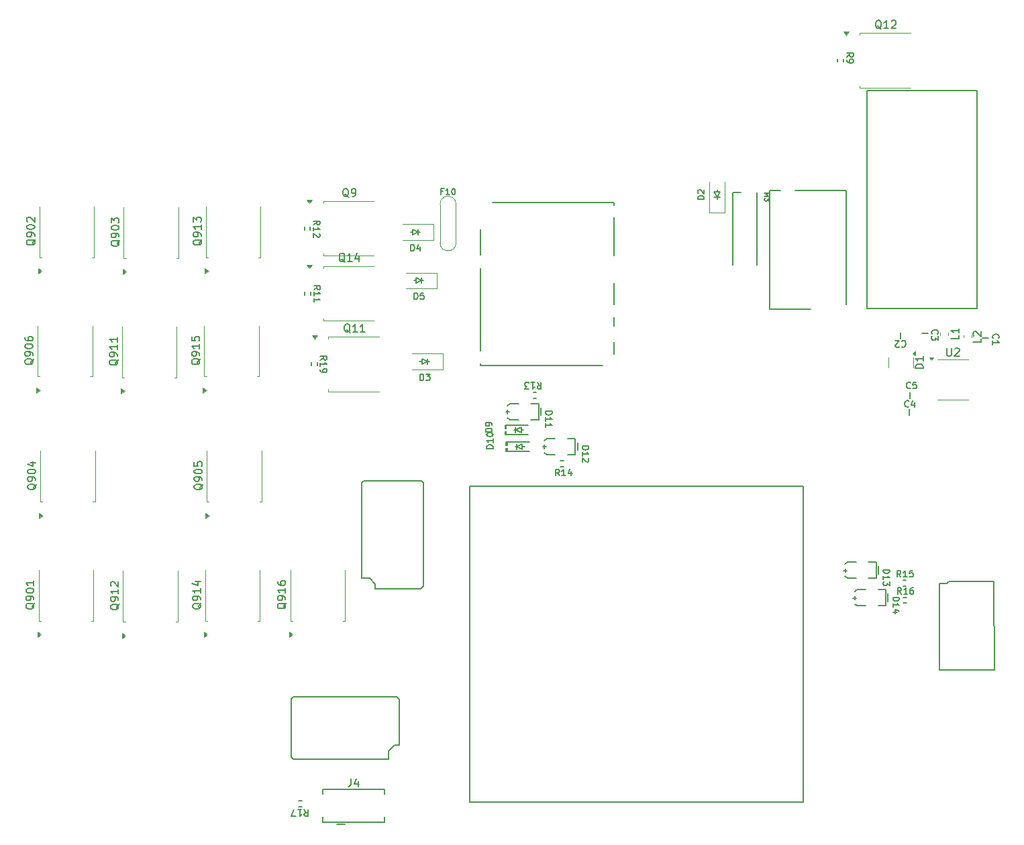
<source format=gto>
G04 #@! TF.GenerationSoftware,KiCad,Pcbnew,8.0.9-8.0.9-0~ubuntu24.04.1*
G04 #@! TF.CreationDate,2026-02-09T21:19:24+00:00*
G04 #@! TF.ProjectId,greenecu48,67726565-6e65-4637-9534-382e6b696361,rev?*
G04 #@! TF.SameCoordinates,Original*
G04 #@! TF.FileFunction,Legend,Top*
G04 #@! TF.FilePolarity,Positive*
%FSLAX46Y46*%
G04 Gerber Fmt 4.6, Leading zero omitted, Abs format (unit mm)*
G04 Created by KiCad (PCBNEW 8.0.9-8.0.9-0~ubuntu24.04.1) date 2026-02-09 21:19:24*
%MOMM*%
%LPD*%
G01*
G04 APERTURE LIST*
%ADD10C,0.150000*%
%ADD11C,0.170000*%
%ADD12C,0.127000*%
%ADD13C,0.120000*%
%ADD14C,0.203200*%
%ADD15C,0.200000*%
G04 APERTURE END LIST*
D10*
X3988336Y66015381D02*
X3940717Y65920143D01*
X3940717Y65920143D02*
X3845479Y65824905D01*
X3845479Y65824905D02*
X3702621Y65682048D01*
X3702621Y65682048D02*
X3655002Y65586810D01*
X3655002Y65586810D02*
X3655002Y65491572D01*
X3893098Y65539191D02*
X3845479Y65443953D01*
X3845479Y65443953D02*
X3750240Y65348715D01*
X3750240Y65348715D02*
X3559764Y65301096D01*
X3559764Y65301096D02*
X3226431Y65301096D01*
X3226431Y65301096D02*
X3035955Y65348715D01*
X3035955Y65348715D02*
X2940717Y65443953D01*
X2940717Y65443953D02*
X2893098Y65539191D01*
X2893098Y65539191D02*
X2893098Y65729667D01*
X2893098Y65729667D02*
X2940717Y65824905D01*
X2940717Y65824905D02*
X3035955Y65920143D01*
X3035955Y65920143D02*
X3226431Y65967762D01*
X3226431Y65967762D02*
X3559764Y65967762D01*
X3559764Y65967762D02*
X3750240Y65920143D01*
X3750240Y65920143D02*
X3845479Y65824905D01*
X3845479Y65824905D02*
X3893098Y65729667D01*
X3893098Y65729667D02*
X3893098Y65539191D01*
X3893098Y66443953D02*
X3893098Y66634429D01*
X3893098Y66634429D02*
X3845479Y66729667D01*
X3845479Y66729667D02*
X3797859Y66777286D01*
X3797859Y66777286D02*
X3655002Y66872524D01*
X3655002Y66872524D02*
X3464526Y66920143D01*
X3464526Y66920143D02*
X3083574Y66920143D01*
X3083574Y66920143D02*
X2988336Y66872524D01*
X2988336Y66872524D02*
X2940717Y66824905D01*
X2940717Y66824905D02*
X2893098Y66729667D01*
X2893098Y66729667D02*
X2893098Y66539191D01*
X2893098Y66539191D02*
X2940717Y66443953D01*
X2940717Y66443953D02*
X2988336Y66396334D01*
X2988336Y66396334D02*
X3083574Y66348715D01*
X3083574Y66348715D02*
X3321669Y66348715D01*
X3321669Y66348715D02*
X3416907Y66396334D01*
X3416907Y66396334D02*
X3464526Y66443953D01*
X3464526Y66443953D02*
X3512145Y66539191D01*
X3512145Y66539191D02*
X3512145Y66729667D01*
X3512145Y66729667D02*
X3464526Y66824905D01*
X3464526Y66824905D02*
X3416907Y66872524D01*
X3416907Y66872524D02*
X3321669Y66920143D01*
X2893098Y67539191D02*
X2893098Y67634429D01*
X2893098Y67634429D02*
X2940717Y67729667D01*
X2940717Y67729667D02*
X2988336Y67777286D01*
X2988336Y67777286D02*
X3083574Y67824905D01*
X3083574Y67824905D02*
X3274050Y67872524D01*
X3274050Y67872524D02*
X3512145Y67872524D01*
X3512145Y67872524D02*
X3702621Y67824905D01*
X3702621Y67824905D02*
X3797859Y67777286D01*
X3797859Y67777286D02*
X3845479Y67729667D01*
X3845479Y67729667D02*
X3893098Y67634429D01*
X3893098Y67634429D02*
X3893098Y67539191D01*
X3893098Y67539191D02*
X3845479Y67443953D01*
X3845479Y67443953D02*
X3797859Y67396334D01*
X3797859Y67396334D02*
X3702621Y67348715D01*
X3702621Y67348715D02*
X3512145Y67301096D01*
X3512145Y67301096D02*
X3274050Y67301096D01*
X3274050Y67301096D02*
X3083574Y67348715D01*
X3083574Y67348715D02*
X2988336Y67396334D01*
X2988336Y67396334D02*
X2940717Y67443953D01*
X2940717Y67443953D02*
X2893098Y67539191D01*
X2893098Y68729667D02*
X2893098Y68539191D01*
X2893098Y68539191D02*
X2940717Y68443953D01*
X2940717Y68443953D02*
X2988336Y68396334D01*
X2988336Y68396334D02*
X3131193Y68301096D01*
X3131193Y68301096D02*
X3321669Y68253477D01*
X3321669Y68253477D02*
X3702621Y68253477D01*
X3702621Y68253477D02*
X3797859Y68301096D01*
X3797859Y68301096D02*
X3845479Y68348715D01*
X3845479Y68348715D02*
X3893098Y68443953D01*
X3893098Y68443953D02*
X3893098Y68634429D01*
X3893098Y68634429D02*
X3845479Y68729667D01*
X3845479Y68729667D02*
X3797859Y68777286D01*
X3797859Y68777286D02*
X3702621Y68824905D01*
X3702621Y68824905D02*
X3464526Y68824905D01*
X3464526Y68824905D02*
X3369288Y68777286D01*
X3369288Y68777286D02*
X3321669Y68729667D01*
X3321669Y68729667D02*
X3274050Y68634429D01*
X3274050Y68634429D02*
X3274050Y68443953D01*
X3274050Y68443953D02*
X3321669Y68348715D01*
X3321669Y68348715D02*
X3369288Y68301096D01*
X3369288Y68301096D02*
X3464526Y68253477D01*
X14860057Y80962381D02*
X14812438Y80867143D01*
X14812438Y80867143D02*
X14717200Y80771905D01*
X14717200Y80771905D02*
X14574342Y80629048D01*
X14574342Y80629048D02*
X14526723Y80533810D01*
X14526723Y80533810D02*
X14526723Y80438572D01*
X14764819Y80486191D02*
X14717200Y80390953D01*
X14717200Y80390953D02*
X14621961Y80295715D01*
X14621961Y80295715D02*
X14431485Y80248096D01*
X14431485Y80248096D02*
X14098152Y80248096D01*
X14098152Y80248096D02*
X13907676Y80295715D01*
X13907676Y80295715D02*
X13812438Y80390953D01*
X13812438Y80390953D02*
X13764819Y80486191D01*
X13764819Y80486191D02*
X13764819Y80676667D01*
X13764819Y80676667D02*
X13812438Y80771905D01*
X13812438Y80771905D02*
X13907676Y80867143D01*
X13907676Y80867143D02*
X14098152Y80914762D01*
X14098152Y80914762D02*
X14431485Y80914762D01*
X14431485Y80914762D02*
X14621961Y80867143D01*
X14621961Y80867143D02*
X14717200Y80771905D01*
X14717200Y80771905D02*
X14764819Y80676667D01*
X14764819Y80676667D02*
X14764819Y80486191D01*
X14764819Y81390953D02*
X14764819Y81581429D01*
X14764819Y81581429D02*
X14717200Y81676667D01*
X14717200Y81676667D02*
X14669580Y81724286D01*
X14669580Y81724286D02*
X14526723Y81819524D01*
X14526723Y81819524D02*
X14336247Y81867143D01*
X14336247Y81867143D02*
X13955295Y81867143D01*
X13955295Y81867143D02*
X13860057Y81819524D01*
X13860057Y81819524D02*
X13812438Y81771905D01*
X13812438Y81771905D02*
X13764819Y81676667D01*
X13764819Y81676667D02*
X13764819Y81486191D01*
X13764819Y81486191D02*
X13812438Y81390953D01*
X13812438Y81390953D02*
X13860057Y81343334D01*
X13860057Y81343334D02*
X13955295Y81295715D01*
X13955295Y81295715D02*
X14193390Y81295715D01*
X14193390Y81295715D02*
X14288628Y81343334D01*
X14288628Y81343334D02*
X14336247Y81390953D01*
X14336247Y81390953D02*
X14383866Y81486191D01*
X14383866Y81486191D02*
X14383866Y81676667D01*
X14383866Y81676667D02*
X14336247Y81771905D01*
X14336247Y81771905D02*
X14288628Y81819524D01*
X14288628Y81819524D02*
X14193390Y81867143D01*
X13764819Y82486191D02*
X13764819Y82581429D01*
X13764819Y82581429D02*
X13812438Y82676667D01*
X13812438Y82676667D02*
X13860057Y82724286D01*
X13860057Y82724286D02*
X13955295Y82771905D01*
X13955295Y82771905D02*
X14145771Y82819524D01*
X14145771Y82819524D02*
X14383866Y82819524D01*
X14383866Y82819524D02*
X14574342Y82771905D01*
X14574342Y82771905D02*
X14669580Y82724286D01*
X14669580Y82724286D02*
X14717200Y82676667D01*
X14717200Y82676667D02*
X14764819Y82581429D01*
X14764819Y82581429D02*
X14764819Y82486191D01*
X14764819Y82486191D02*
X14717200Y82390953D01*
X14717200Y82390953D02*
X14669580Y82343334D01*
X14669580Y82343334D02*
X14574342Y82295715D01*
X14574342Y82295715D02*
X14383866Y82248096D01*
X14383866Y82248096D02*
X14145771Y82248096D01*
X14145771Y82248096D02*
X13955295Y82295715D01*
X13955295Y82295715D02*
X13860057Y82343334D01*
X13860057Y82343334D02*
X13812438Y82390953D01*
X13812438Y82390953D02*
X13764819Y82486191D01*
X13764819Y83152858D02*
X13764819Y83771905D01*
X13764819Y83771905D02*
X14145771Y83438572D01*
X14145771Y83438572D02*
X14145771Y83581429D01*
X14145771Y83581429D02*
X14193390Y83676667D01*
X14193390Y83676667D02*
X14241009Y83724286D01*
X14241009Y83724286D02*
X14336247Y83771905D01*
X14336247Y83771905D02*
X14574342Y83771905D01*
X14574342Y83771905D02*
X14669580Y83724286D01*
X14669580Y83724286D02*
X14717200Y83676667D01*
X14717200Y83676667D02*
X14764819Y83581429D01*
X14764819Y83581429D02*
X14764819Y83295715D01*
X14764819Y83295715D02*
X14717200Y83200477D01*
X14717200Y83200477D02*
X14669580Y83152858D01*
X4110057Y35152381D02*
X4062438Y35057143D01*
X4062438Y35057143D02*
X3967200Y34961905D01*
X3967200Y34961905D02*
X3824342Y34819048D01*
X3824342Y34819048D02*
X3776723Y34723810D01*
X3776723Y34723810D02*
X3776723Y34628572D01*
X4014819Y34676191D02*
X3967200Y34580953D01*
X3967200Y34580953D02*
X3871961Y34485715D01*
X3871961Y34485715D02*
X3681485Y34438096D01*
X3681485Y34438096D02*
X3348152Y34438096D01*
X3348152Y34438096D02*
X3157676Y34485715D01*
X3157676Y34485715D02*
X3062438Y34580953D01*
X3062438Y34580953D02*
X3014819Y34676191D01*
X3014819Y34676191D02*
X3014819Y34866667D01*
X3014819Y34866667D02*
X3062438Y34961905D01*
X3062438Y34961905D02*
X3157676Y35057143D01*
X3157676Y35057143D02*
X3348152Y35104762D01*
X3348152Y35104762D02*
X3681485Y35104762D01*
X3681485Y35104762D02*
X3871961Y35057143D01*
X3871961Y35057143D02*
X3967200Y34961905D01*
X3967200Y34961905D02*
X4014819Y34866667D01*
X4014819Y34866667D02*
X4014819Y34676191D01*
X4014819Y35580953D02*
X4014819Y35771429D01*
X4014819Y35771429D02*
X3967200Y35866667D01*
X3967200Y35866667D02*
X3919580Y35914286D01*
X3919580Y35914286D02*
X3776723Y36009524D01*
X3776723Y36009524D02*
X3586247Y36057143D01*
X3586247Y36057143D02*
X3205295Y36057143D01*
X3205295Y36057143D02*
X3110057Y36009524D01*
X3110057Y36009524D02*
X3062438Y35961905D01*
X3062438Y35961905D02*
X3014819Y35866667D01*
X3014819Y35866667D02*
X3014819Y35676191D01*
X3014819Y35676191D02*
X3062438Y35580953D01*
X3062438Y35580953D02*
X3110057Y35533334D01*
X3110057Y35533334D02*
X3205295Y35485715D01*
X3205295Y35485715D02*
X3443390Y35485715D01*
X3443390Y35485715D02*
X3538628Y35533334D01*
X3538628Y35533334D02*
X3586247Y35580953D01*
X3586247Y35580953D02*
X3633866Y35676191D01*
X3633866Y35676191D02*
X3633866Y35866667D01*
X3633866Y35866667D02*
X3586247Y35961905D01*
X3586247Y35961905D02*
X3538628Y36009524D01*
X3538628Y36009524D02*
X3443390Y36057143D01*
X3014819Y36676191D02*
X3014819Y36771429D01*
X3014819Y36771429D02*
X3062438Y36866667D01*
X3062438Y36866667D02*
X3110057Y36914286D01*
X3110057Y36914286D02*
X3205295Y36961905D01*
X3205295Y36961905D02*
X3395771Y37009524D01*
X3395771Y37009524D02*
X3633866Y37009524D01*
X3633866Y37009524D02*
X3824342Y36961905D01*
X3824342Y36961905D02*
X3919580Y36914286D01*
X3919580Y36914286D02*
X3967200Y36866667D01*
X3967200Y36866667D02*
X4014819Y36771429D01*
X4014819Y36771429D02*
X4014819Y36676191D01*
X4014819Y36676191D02*
X3967200Y36580953D01*
X3967200Y36580953D02*
X3919580Y36533334D01*
X3919580Y36533334D02*
X3824342Y36485715D01*
X3824342Y36485715D02*
X3633866Y36438096D01*
X3633866Y36438096D02*
X3395771Y36438096D01*
X3395771Y36438096D02*
X3205295Y36485715D01*
X3205295Y36485715D02*
X3110057Y36533334D01*
X3110057Y36533334D02*
X3062438Y36580953D01*
X3062438Y36580953D02*
X3014819Y36676191D01*
X4014819Y37961905D02*
X4014819Y37390477D01*
X4014819Y37676191D02*
X3014819Y37676191D01*
X3014819Y37676191D02*
X3157676Y37580953D01*
X3157676Y37580953D02*
X3252914Y37485715D01*
X3252914Y37485715D02*
X3300533Y37390477D01*
X4200057Y81062381D02*
X4152438Y80967143D01*
X4152438Y80967143D02*
X4057200Y80871905D01*
X4057200Y80871905D02*
X3914342Y80729048D01*
X3914342Y80729048D02*
X3866723Y80633810D01*
X3866723Y80633810D02*
X3866723Y80538572D01*
X4104819Y80586191D02*
X4057200Y80490953D01*
X4057200Y80490953D02*
X3961961Y80395715D01*
X3961961Y80395715D02*
X3771485Y80348096D01*
X3771485Y80348096D02*
X3438152Y80348096D01*
X3438152Y80348096D02*
X3247676Y80395715D01*
X3247676Y80395715D02*
X3152438Y80490953D01*
X3152438Y80490953D02*
X3104819Y80586191D01*
X3104819Y80586191D02*
X3104819Y80776667D01*
X3104819Y80776667D02*
X3152438Y80871905D01*
X3152438Y80871905D02*
X3247676Y80967143D01*
X3247676Y80967143D02*
X3438152Y81014762D01*
X3438152Y81014762D02*
X3771485Y81014762D01*
X3771485Y81014762D02*
X3961961Y80967143D01*
X3961961Y80967143D02*
X4057200Y80871905D01*
X4057200Y80871905D02*
X4104819Y80776667D01*
X4104819Y80776667D02*
X4104819Y80586191D01*
X4104819Y81490953D02*
X4104819Y81681429D01*
X4104819Y81681429D02*
X4057200Y81776667D01*
X4057200Y81776667D02*
X4009580Y81824286D01*
X4009580Y81824286D02*
X3866723Y81919524D01*
X3866723Y81919524D02*
X3676247Y81967143D01*
X3676247Y81967143D02*
X3295295Y81967143D01*
X3295295Y81967143D02*
X3200057Y81919524D01*
X3200057Y81919524D02*
X3152438Y81871905D01*
X3152438Y81871905D02*
X3104819Y81776667D01*
X3104819Y81776667D02*
X3104819Y81586191D01*
X3104819Y81586191D02*
X3152438Y81490953D01*
X3152438Y81490953D02*
X3200057Y81443334D01*
X3200057Y81443334D02*
X3295295Y81395715D01*
X3295295Y81395715D02*
X3533390Y81395715D01*
X3533390Y81395715D02*
X3628628Y81443334D01*
X3628628Y81443334D02*
X3676247Y81490953D01*
X3676247Y81490953D02*
X3723866Y81586191D01*
X3723866Y81586191D02*
X3723866Y81776667D01*
X3723866Y81776667D02*
X3676247Y81871905D01*
X3676247Y81871905D02*
X3628628Y81919524D01*
X3628628Y81919524D02*
X3533390Y81967143D01*
X3104819Y82586191D02*
X3104819Y82681429D01*
X3104819Y82681429D02*
X3152438Y82776667D01*
X3152438Y82776667D02*
X3200057Y82824286D01*
X3200057Y82824286D02*
X3295295Y82871905D01*
X3295295Y82871905D02*
X3485771Y82919524D01*
X3485771Y82919524D02*
X3723866Y82919524D01*
X3723866Y82919524D02*
X3914342Y82871905D01*
X3914342Y82871905D02*
X4009580Y82824286D01*
X4009580Y82824286D02*
X4057200Y82776667D01*
X4057200Y82776667D02*
X4104819Y82681429D01*
X4104819Y82681429D02*
X4104819Y82586191D01*
X4104819Y82586191D02*
X4057200Y82490953D01*
X4057200Y82490953D02*
X4009580Y82443334D01*
X4009580Y82443334D02*
X3914342Y82395715D01*
X3914342Y82395715D02*
X3723866Y82348096D01*
X3723866Y82348096D02*
X3485771Y82348096D01*
X3485771Y82348096D02*
X3295295Y82395715D01*
X3295295Y82395715D02*
X3200057Y82443334D01*
X3200057Y82443334D02*
X3152438Y82490953D01*
X3152438Y82490953D02*
X3104819Y82586191D01*
X3200057Y83300477D02*
X3152438Y83348096D01*
X3152438Y83348096D02*
X3104819Y83443334D01*
X3104819Y83443334D02*
X3104819Y83681429D01*
X3104819Y83681429D02*
X3152438Y83776667D01*
X3152438Y83776667D02*
X3200057Y83824286D01*
X3200057Y83824286D02*
X3295295Y83871905D01*
X3295295Y83871905D02*
X3390533Y83871905D01*
X3390533Y83871905D02*
X3533390Y83824286D01*
X3533390Y83824286D02*
X4104819Y83252858D01*
X4104819Y83252858D02*
X4104819Y83871905D01*
D11*
X67528348Y63029357D02*
X67801681Y62638881D01*
X67996919Y63029357D02*
X67996919Y62209357D01*
X67996919Y62209357D02*
X67684538Y62209357D01*
X67684538Y62209357D02*
X67606443Y62248405D01*
X67606443Y62248405D02*
X67567396Y62287452D01*
X67567396Y62287452D02*
X67528348Y62365548D01*
X67528348Y62365548D02*
X67528348Y62482690D01*
X67528348Y62482690D02*
X67567396Y62560786D01*
X67567396Y62560786D02*
X67606443Y62599833D01*
X67606443Y62599833D02*
X67684538Y62638881D01*
X67684538Y62638881D02*
X67996919Y62638881D01*
X66747396Y63029357D02*
X67215967Y63029357D01*
X66981681Y63029357D02*
X66981681Y62209357D01*
X66981681Y62209357D02*
X67059777Y62326500D01*
X67059777Y62326500D02*
X67137872Y62404595D01*
X67137872Y62404595D02*
X67215967Y62443643D01*
X66474063Y62209357D02*
X65966444Y62209357D01*
X65966444Y62209357D02*
X66239777Y62521738D01*
X66239777Y62521738D02*
X66122634Y62521738D01*
X66122634Y62521738D02*
X66044539Y62560786D01*
X66044539Y62560786D02*
X66005491Y62599833D01*
X66005491Y62599833D02*
X65966444Y62677929D01*
X65966444Y62677929D02*
X65966444Y62873167D01*
X65966444Y62873167D02*
X66005491Y62951262D01*
X66005491Y62951262D02*
X66044539Y62990309D01*
X66044539Y62990309D02*
X66122634Y63029357D01*
X66122634Y63029357D02*
X66356920Y63029357D01*
X66356920Y63029357D02*
X66435015Y62990309D01*
X66435015Y62990309D02*
X66474063Y62951262D01*
X68581804Y59360497D02*
X69381805Y59360497D01*
X69381805Y59360497D02*
X69381805Y59170021D01*
X69381805Y59170021D02*
X69343710Y59055735D01*
X69343710Y59055735D02*
X69267519Y58979544D01*
X69267519Y58979544D02*
X69191329Y58941449D01*
X69191329Y58941449D02*
X69038948Y58903354D01*
X69038948Y58903354D02*
X68924662Y58903354D01*
X68924662Y58903354D02*
X68772281Y58941449D01*
X68772281Y58941449D02*
X68696090Y58979544D01*
X68696090Y58979544D02*
X68619900Y59055735D01*
X68619900Y59055735D02*
X68581804Y59170021D01*
X68581804Y59170021D02*
X68581804Y59360497D01*
X68581804Y58141448D02*
X68581804Y58598591D01*
X68581804Y58370020D02*
X69381805Y58370020D01*
X69381805Y58370020D02*
X69267519Y58446210D01*
X69267519Y58446210D02*
X69191329Y58522401D01*
X69191329Y58522401D02*
X69153234Y58598591D01*
X68581804Y57379542D02*
X68581804Y57836685D01*
X68581804Y57608114D02*
X69381805Y57608114D01*
X69381805Y57608114D02*
X69267519Y57684304D01*
X69267519Y57684304D02*
X69191329Y57760495D01*
X69191329Y57760495D02*
X69153234Y57836685D01*
X70324651Y51223192D02*
X70051318Y51613668D01*
X69856080Y51223192D02*
X69856080Y52043192D01*
X69856080Y52043192D02*
X70168461Y52043192D01*
X70168461Y52043192D02*
X70246556Y52004144D01*
X70246556Y52004144D02*
X70285603Y51965097D01*
X70285603Y51965097D02*
X70324651Y51887001D01*
X70324651Y51887001D02*
X70324651Y51769859D01*
X70324651Y51769859D02*
X70285603Y51691763D01*
X70285603Y51691763D02*
X70246556Y51652716D01*
X70246556Y51652716D02*
X70168461Y51613668D01*
X70168461Y51613668D02*
X69856080Y51613668D01*
X71105603Y51223192D02*
X70637032Y51223192D01*
X70871318Y51223192D02*
X70871318Y52043192D01*
X70871318Y52043192D02*
X70793222Y51926049D01*
X70793222Y51926049D02*
X70715127Y51847954D01*
X70715127Y51847954D02*
X70637032Y51808906D01*
X71808460Y51769859D02*
X71808460Y51223192D01*
X71613222Y52082239D02*
X71417984Y51496525D01*
X71417984Y51496525D02*
X71925603Y51496525D01*
X51572762Y79608492D02*
X51572762Y80428492D01*
X51572762Y80428492D02*
X51768000Y80428492D01*
X51768000Y80428492D02*
X51885143Y80389444D01*
X51885143Y80389444D02*
X51963238Y80311349D01*
X51963238Y80311349D02*
X52002285Y80233254D01*
X52002285Y80233254D02*
X52041333Y80077063D01*
X52041333Y80077063D02*
X52041333Y79959920D01*
X52041333Y79959920D02*
X52002285Y79803730D01*
X52002285Y79803730D02*
X51963238Y79725635D01*
X51963238Y79725635D02*
X51885143Y79647539D01*
X51885143Y79647539D02*
X51768000Y79608492D01*
X51768000Y79608492D02*
X51572762Y79608492D01*
X52744190Y80155159D02*
X52744190Y79608492D01*
X52548952Y80467539D02*
X52353714Y79881825D01*
X52353714Y79881825D02*
X52861333Y79881825D01*
X113499347Y68202713D02*
X113538395Y68241760D01*
X113538395Y68241760D02*
X113655538Y68280808D01*
X113655538Y68280808D02*
X113733633Y68280808D01*
X113733633Y68280808D02*
X113850776Y68241760D01*
X113850776Y68241760D02*
X113928872Y68163665D01*
X113928872Y68163665D02*
X113967919Y68085570D01*
X113967919Y68085570D02*
X114006967Y67929379D01*
X114006967Y67929379D02*
X114006967Y67812236D01*
X114006967Y67812236D02*
X113967919Y67656045D01*
X113967919Y67656045D02*
X113928872Y67577950D01*
X113928872Y67577950D02*
X113850776Y67499855D01*
X113850776Y67499855D02*
X113733633Y67460807D01*
X113733633Y67460807D02*
X113655538Y67460807D01*
X113655538Y67460807D02*
X113538395Y67499855D01*
X113538395Y67499855D02*
X113499347Y67538902D01*
X113186966Y67538902D02*
X113147918Y67499855D01*
X113147918Y67499855D02*
X113069823Y67460807D01*
X113069823Y67460807D02*
X112874585Y67460807D01*
X112874585Y67460807D02*
X112796489Y67499855D01*
X112796489Y67499855D02*
X112757442Y67538902D01*
X112757442Y67538902D02*
X112718394Y67616998D01*
X112718394Y67616998D02*
X112718394Y67695093D01*
X112718394Y67695093D02*
X112757442Y67812236D01*
X112757442Y67812236D02*
X113226014Y68280808D01*
X113226014Y68280808D02*
X112718394Y68280808D01*
D10*
X43730761Y86408943D02*
X43635523Y86456562D01*
X43635523Y86456562D02*
X43540285Y86551800D01*
X43540285Y86551800D02*
X43397428Y86694658D01*
X43397428Y86694658D02*
X43302190Y86742277D01*
X43302190Y86742277D02*
X43206952Y86742277D01*
X43254571Y86504181D02*
X43159333Y86551800D01*
X43159333Y86551800D02*
X43064095Y86647039D01*
X43064095Y86647039D02*
X43016476Y86837515D01*
X43016476Y86837515D02*
X43016476Y87170848D01*
X43016476Y87170848D02*
X43064095Y87361324D01*
X43064095Y87361324D02*
X43159333Y87456562D01*
X43159333Y87456562D02*
X43254571Y87504181D01*
X43254571Y87504181D02*
X43445047Y87504181D01*
X43445047Y87504181D02*
X43540285Y87456562D01*
X43540285Y87456562D02*
X43635523Y87361324D01*
X43635523Y87361324D02*
X43683142Y87170848D01*
X43683142Y87170848D02*
X43683142Y86837515D01*
X43683142Y86837515D02*
X43635523Y86647039D01*
X43635523Y86647039D02*
X43540285Y86551800D01*
X43540285Y86551800D02*
X43445047Y86504181D01*
X43445047Y86504181D02*
X43254571Y86504181D01*
X44159333Y86504181D02*
X44349809Y86504181D01*
X44349809Y86504181D02*
X44445047Y86551800D01*
X44445047Y86551800D02*
X44492666Y86599420D01*
X44492666Y86599420D02*
X44587904Y86742277D01*
X44587904Y86742277D02*
X44635523Y86932753D01*
X44635523Y86932753D02*
X44635523Y87313705D01*
X44635523Y87313705D02*
X44587904Y87408943D01*
X44587904Y87408943D02*
X44540285Y87456562D01*
X44540285Y87456562D02*
X44445047Y87504181D01*
X44445047Y87504181D02*
X44254571Y87504181D01*
X44254571Y87504181D02*
X44159333Y87456562D01*
X44159333Y87456562D02*
X44111714Y87408943D01*
X44111714Y87408943D02*
X44064095Y87313705D01*
X44064095Y87313705D02*
X44064095Y87075610D01*
X44064095Y87075610D02*
X44111714Y86980372D01*
X44111714Y86980372D02*
X44159333Y86932753D01*
X44159333Y86932753D02*
X44254571Y86885134D01*
X44254571Y86885134D02*
X44445047Y86885134D01*
X44445047Y86885134D02*
X44540285Y86932753D01*
X44540285Y86932753D02*
X44587904Y86980372D01*
X44587904Y86980372D02*
X44635523Y87075610D01*
D11*
X112397614Y35870950D02*
X113197615Y35870950D01*
X113197615Y35870950D02*
X113197615Y35680474D01*
X113197615Y35680474D02*
X113159520Y35566188D01*
X113159520Y35566188D02*
X113083329Y35489997D01*
X113083329Y35489997D02*
X113007139Y35451902D01*
X113007139Y35451902D02*
X112854758Y35413807D01*
X112854758Y35413807D02*
X112740472Y35413807D01*
X112740472Y35413807D02*
X112588091Y35451902D01*
X112588091Y35451902D02*
X112511900Y35489997D01*
X112511900Y35489997D02*
X112435710Y35566188D01*
X112435710Y35566188D02*
X112397614Y35680474D01*
X112397614Y35680474D02*
X112397614Y35870950D01*
X112397614Y34651901D02*
X112397614Y35109044D01*
X112397614Y34880473D02*
X113197615Y34880473D01*
X113197615Y34880473D02*
X113083329Y34956663D01*
X113083329Y34956663D02*
X113007139Y35032854D01*
X113007139Y35032854D02*
X112969044Y35109044D01*
X112930948Y33966185D02*
X112397614Y33966185D01*
X113235711Y34156662D02*
X112664281Y34347138D01*
X112664281Y34347138D02*
X112664281Y33851900D01*
X39286942Y82912908D02*
X39677418Y83186241D01*
X39286942Y83381479D02*
X40106942Y83381479D01*
X40106942Y83381479D02*
X40106942Y83069098D01*
X40106942Y83069098D02*
X40067894Y82991003D01*
X40067894Y82991003D02*
X40028847Y82951956D01*
X40028847Y82951956D02*
X39950751Y82912908D01*
X39950751Y82912908D02*
X39833609Y82912908D01*
X39833609Y82912908D02*
X39755513Y82951956D01*
X39755513Y82951956D02*
X39716466Y82991003D01*
X39716466Y82991003D02*
X39677418Y83069098D01*
X39677418Y83069098D02*
X39677418Y83381479D01*
X39286942Y82131956D02*
X39286942Y82600527D01*
X39286942Y82366241D02*
X40106942Y82366241D01*
X40106942Y82366241D02*
X39989799Y82444337D01*
X39989799Y82444337D02*
X39911704Y82522432D01*
X39911704Y82522432D02*
X39872656Y82600527D01*
X40028847Y81819575D02*
X40067894Y81780527D01*
X40067894Y81780527D02*
X40106942Y81702432D01*
X40106942Y81702432D02*
X40106942Y81507194D01*
X40106942Y81507194D02*
X40067894Y81429099D01*
X40067894Y81429099D02*
X40028847Y81390051D01*
X40028847Y81390051D02*
X39950751Y81351004D01*
X39950751Y81351004D02*
X39872656Y81351004D01*
X39872656Y81351004D02*
X39755513Y81390051D01*
X39755513Y81390051D02*
X39286942Y81858623D01*
X39286942Y81858623D02*
X39286942Y81351004D01*
X40162942Y65830908D02*
X40553418Y66104241D01*
X40162942Y66299479D02*
X40982942Y66299479D01*
X40982942Y66299479D02*
X40982942Y65987098D01*
X40982942Y65987098D02*
X40943894Y65909003D01*
X40943894Y65909003D02*
X40904847Y65869956D01*
X40904847Y65869956D02*
X40826751Y65830908D01*
X40826751Y65830908D02*
X40709609Y65830908D01*
X40709609Y65830908D02*
X40631513Y65869956D01*
X40631513Y65869956D02*
X40592466Y65909003D01*
X40592466Y65909003D02*
X40553418Y65987098D01*
X40553418Y65987098D02*
X40553418Y66299479D01*
X40162942Y65049956D02*
X40162942Y65518527D01*
X40162942Y65284241D02*
X40982942Y65284241D01*
X40982942Y65284241D02*
X40865799Y65362337D01*
X40865799Y65362337D02*
X40787704Y65440432D01*
X40787704Y65440432D02*
X40748656Y65518527D01*
X40162942Y64659480D02*
X40162942Y64503289D01*
X40162942Y64503289D02*
X40201990Y64425194D01*
X40201990Y64425194D02*
X40241037Y64386146D01*
X40241037Y64386146D02*
X40358180Y64308051D01*
X40358180Y64308051D02*
X40514370Y64269004D01*
X40514370Y64269004D02*
X40826751Y64269004D01*
X40826751Y64269004D02*
X40904847Y64308051D01*
X40904847Y64308051D02*
X40943894Y64347099D01*
X40943894Y64347099D02*
X40982942Y64425194D01*
X40982942Y64425194D02*
X40982942Y64581385D01*
X40982942Y64581385D02*
X40943894Y64659480D01*
X40943894Y64659480D02*
X40904847Y64698527D01*
X40904847Y64698527D02*
X40826751Y64737575D01*
X40826751Y64737575D02*
X40631513Y64737575D01*
X40631513Y64737575D02*
X40553418Y64698527D01*
X40553418Y64698527D02*
X40514370Y64659480D01*
X40514370Y64659480D02*
X40475323Y64581385D01*
X40475323Y64581385D02*
X40475323Y64425194D01*
X40475323Y64425194D02*
X40514370Y64347099D01*
X40514370Y64347099D02*
X40553418Y64308051D01*
X40553418Y64308051D02*
X40631513Y64269004D01*
X39343942Y74731908D02*
X39734418Y75005241D01*
X39343942Y75200479D02*
X40163942Y75200479D01*
X40163942Y75200479D02*
X40163942Y74888098D01*
X40163942Y74888098D02*
X40124894Y74810003D01*
X40124894Y74810003D02*
X40085847Y74770956D01*
X40085847Y74770956D02*
X40007751Y74731908D01*
X40007751Y74731908D02*
X39890609Y74731908D01*
X39890609Y74731908D02*
X39812513Y74770956D01*
X39812513Y74770956D02*
X39773466Y74810003D01*
X39773466Y74810003D02*
X39734418Y74888098D01*
X39734418Y74888098D02*
X39734418Y75200479D01*
X39343942Y73950956D02*
X39343942Y74419527D01*
X39343942Y74185241D02*
X40163942Y74185241D01*
X40163942Y74185241D02*
X40046799Y74263337D01*
X40046799Y74263337D02*
X39968704Y74341432D01*
X39968704Y74341432D02*
X39929656Y74419527D01*
X39343942Y73170004D02*
X39343942Y73638575D01*
X39343942Y73404289D02*
X40163942Y73404289D01*
X40163942Y73404289D02*
X40046799Y73482385D01*
X40046799Y73482385D02*
X39968704Y73560480D01*
X39968704Y73560480D02*
X39929656Y73638575D01*
D10*
X43254571Y78213943D02*
X43159333Y78261562D01*
X43159333Y78261562D02*
X43064095Y78356800D01*
X43064095Y78356800D02*
X42921238Y78499658D01*
X42921238Y78499658D02*
X42826000Y78547277D01*
X42826000Y78547277D02*
X42730762Y78547277D01*
X42778381Y78309181D02*
X42683143Y78356800D01*
X42683143Y78356800D02*
X42587905Y78452039D01*
X42587905Y78452039D02*
X42540286Y78642515D01*
X42540286Y78642515D02*
X42540286Y78975848D01*
X42540286Y78975848D02*
X42587905Y79166324D01*
X42587905Y79166324D02*
X42683143Y79261562D01*
X42683143Y79261562D02*
X42778381Y79309181D01*
X42778381Y79309181D02*
X42968857Y79309181D01*
X42968857Y79309181D02*
X43064095Y79261562D01*
X43064095Y79261562D02*
X43159333Y79166324D01*
X43159333Y79166324D02*
X43206952Y78975848D01*
X43206952Y78975848D02*
X43206952Y78642515D01*
X43206952Y78642515D02*
X43159333Y78452039D01*
X43159333Y78452039D02*
X43064095Y78356800D01*
X43064095Y78356800D02*
X42968857Y78309181D01*
X42968857Y78309181D02*
X42778381Y78309181D01*
X44159333Y78309181D02*
X43587905Y78309181D01*
X43873619Y78309181D02*
X43873619Y79309181D01*
X43873619Y79309181D02*
X43778381Y79166324D01*
X43778381Y79166324D02*
X43683143Y79071086D01*
X43683143Y79071086D02*
X43587905Y79023467D01*
X45016476Y78975848D02*
X45016476Y78309181D01*
X44778381Y79356800D02*
X44540286Y78642515D01*
X44540286Y78642515D02*
X45159333Y78642515D01*
X44024666Y12973181D02*
X44024666Y12258896D01*
X44024666Y12258896D02*
X43977047Y12116039D01*
X43977047Y12116039D02*
X43881809Y12020800D01*
X43881809Y12020800D02*
X43738952Y11973181D01*
X43738952Y11973181D02*
X43643714Y11973181D01*
X44929428Y12639848D02*
X44929428Y11973181D01*
X44691333Y13020800D02*
X44453238Y12306515D01*
X44453238Y12306515D02*
X45072285Y12306515D01*
X96199428Y86917259D02*
X96799428Y86917259D01*
X96799428Y86917259D02*
X96370857Y86717259D01*
X96370857Y86717259D02*
X96799428Y86517259D01*
X96799428Y86517259D02*
X96199428Y86517259D01*
X96799428Y86288688D02*
X96799428Y85917260D01*
X96799428Y85917260D02*
X96570857Y86117260D01*
X96570857Y86117260D02*
X96570857Y86031545D01*
X96570857Y86031545D02*
X96542285Y85974402D01*
X96542285Y85974402D02*
X96513714Y85945831D01*
X96513714Y85945831D02*
X96456571Y85917260D01*
X96456571Y85917260D02*
X96313714Y85917260D01*
X96313714Y85917260D02*
X96256571Y85945831D01*
X96256571Y85945831D02*
X96228000Y85974402D01*
X96228000Y85974402D02*
X96199428Y86031545D01*
X96199428Y86031545D02*
X96199428Y86202974D01*
X96199428Y86202974D02*
X96228000Y86260117D01*
X96228000Y86260117D02*
X96256571Y86288688D01*
D11*
X51991762Y73500492D02*
X51991762Y74320492D01*
X51991762Y74320492D02*
X52187000Y74320492D01*
X52187000Y74320492D02*
X52304143Y74281444D01*
X52304143Y74281444D02*
X52382238Y74203349D01*
X52382238Y74203349D02*
X52421285Y74125254D01*
X52421285Y74125254D02*
X52460333Y73969063D01*
X52460333Y73969063D02*
X52460333Y73851920D01*
X52460333Y73851920D02*
X52421285Y73695730D01*
X52421285Y73695730D02*
X52382238Y73617635D01*
X52382238Y73617635D02*
X52304143Y73539539D01*
X52304143Y73539539D02*
X52187000Y73500492D01*
X52187000Y73500492D02*
X51991762Y73500492D01*
X53202238Y74320492D02*
X52811762Y74320492D01*
X52811762Y74320492D02*
X52772714Y73930016D01*
X52772714Y73930016D02*
X52811762Y73969063D01*
X52811762Y73969063D02*
X52889857Y74008111D01*
X52889857Y74008111D02*
X53085095Y74008111D01*
X53085095Y74008111D02*
X53163190Y73969063D01*
X53163190Y73969063D02*
X53202238Y73930016D01*
X53202238Y73930016D02*
X53241285Y73851920D01*
X53241285Y73851920D02*
X53241285Y73656682D01*
X53241285Y73656682D02*
X53202238Y73578587D01*
X53202238Y73578587D02*
X53163190Y73539539D01*
X53163190Y73539539D02*
X53085095Y73500492D01*
X53085095Y73500492D02*
X52889857Y73500492D01*
X52889857Y73500492D02*
X52811762Y73539539D01*
X52811762Y73539539D02*
X52772714Y73578587D01*
D10*
X119211095Y67329181D02*
X119211095Y66519658D01*
X119211095Y66519658D02*
X119258714Y66424420D01*
X119258714Y66424420D02*
X119306333Y66376800D01*
X119306333Y66376800D02*
X119401571Y66329181D01*
X119401571Y66329181D02*
X119592047Y66329181D01*
X119592047Y66329181D02*
X119687285Y66376800D01*
X119687285Y66376800D02*
X119734904Y66424420D01*
X119734904Y66424420D02*
X119782523Y66519658D01*
X119782523Y66519658D02*
X119782523Y67329181D01*
X120211095Y67233943D02*
X120258714Y67281562D01*
X120258714Y67281562D02*
X120353952Y67329181D01*
X120353952Y67329181D02*
X120592047Y67329181D01*
X120592047Y67329181D02*
X120687285Y67281562D01*
X120687285Y67281562D02*
X120734904Y67233943D01*
X120734904Y67233943D02*
X120782523Y67138705D01*
X120782523Y67138705D02*
X120782523Y67043467D01*
X120782523Y67043467D02*
X120734904Y66900610D01*
X120734904Y66900610D02*
X120163476Y66329181D01*
X120163476Y66329181D02*
X120782523Y66329181D01*
D11*
X113402092Y38438943D02*
X113128759Y38829419D01*
X112933521Y38438943D02*
X112933521Y39258943D01*
X112933521Y39258943D02*
X113245902Y39258943D01*
X113245902Y39258943D02*
X113323997Y39219895D01*
X113323997Y39219895D02*
X113363044Y39180848D01*
X113363044Y39180848D02*
X113402092Y39102752D01*
X113402092Y39102752D02*
X113402092Y38985610D01*
X113402092Y38985610D02*
X113363044Y38907514D01*
X113363044Y38907514D02*
X113323997Y38868467D01*
X113323997Y38868467D02*
X113245902Y38829419D01*
X113245902Y38829419D02*
X112933521Y38829419D01*
X114183044Y38438943D02*
X113714473Y38438943D01*
X113948759Y38438943D02*
X113948759Y39258943D01*
X113948759Y39258943D02*
X113870663Y39141800D01*
X113870663Y39141800D02*
X113792568Y39063705D01*
X113792568Y39063705D02*
X113714473Y39024657D01*
X114924949Y39258943D02*
X114534473Y39258943D01*
X114534473Y39258943D02*
X114495425Y38868467D01*
X114495425Y38868467D02*
X114534473Y38907514D01*
X114534473Y38907514D02*
X114612568Y38946562D01*
X114612568Y38946562D02*
X114807806Y38946562D01*
X114807806Y38946562D02*
X114885901Y38907514D01*
X114885901Y38907514D02*
X114924949Y38868467D01*
X114924949Y38868467D02*
X114963996Y38790371D01*
X114963996Y38790371D02*
X114963996Y38595133D01*
X114963996Y38595133D02*
X114924949Y38517038D01*
X114924949Y38517038D02*
X114885901Y38477990D01*
X114885901Y38477990D02*
X114807806Y38438943D01*
X114807806Y38438943D02*
X114612568Y38438943D01*
X114612568Y38438943D02*
X114534473Y38477990D01*
X114534473Y38477990D02*
X114495425Y38517038D01*
X52735762Y63268492D02*
X52735762Y64088492D01*
X52735762Y64088492D02*
X52931000Y64088492D01*
X52931000Y64088492D02*
X53048143Y64049444D01*
X53048143Y64049444D02*
X53126238Y63971349D01*
X53126238Y63971349D02*
X53165285Y63893254D01*
X53165285Y63893254D02*
X53204333Y63737063D01*
X53204333Y63737063D02*
X53204333Y63619920D01*
X53204333Y63619920D02*
X53165285Y63463730D01*
X53165285Y63463730D02*
X53126238Y63385635D01*
X53126238Y63385635D02*
X53048143Y63307539D01*
X53048143Y63307539D02*
X52931000Y63268492D01*
X52931000Y63268492D02*
X52735762Y63268492D01*
X53477666Y64088492D02*
X53985285Y64088492D01*
X53985285Y64088492D02*
X53711952Y63776111D01*
X53711952Y63776111D02*
X53829095Y63776111D01*
X53829095Y63776111D02*
X53907190Y63737063D01*
X53907190Y63737063D02*
X53946238Y63698016D01*
X53946238Y63698016D02*
X53985285Y63619920D01*
X53985285Y63619920D02*
X53985285Y63424682D01*
X53985285Y63424682D02*
X53946238Y63346587D01*
X53946238Y63346587D02*
X53907190Y63307539D01*
X53907190Y63307539D02*
X53829095Y63268492D01*
X53829095Y63268492D02*
X53594809Y63268492D01*
X53594809Y63268492D02*
X53516714Y63307539D01*
X53516714Y63307539D02*
X53477666Y63346587D01*
D10*
X43921571Y69287943D02*
X43826333Y69335562D01*
X43826333Y69335562D02*
X43731095Y69430800D01*
X43731095Y69430800D02*
X43588238Y69573658D01*
X43588238Y69573658D02*
X43493000Y69621277D01*
X43493000Y69621277D02*
X43397762Y69621277D01*
X43445381Y69383181D02*
X43350143Y69430800D01*
X43350143Y69430800D02*
X43254905Y69526039D01*
X43254905Y69526039D02*
X43207286Y69716515D01*
X43207286Y69716515D02*
X43207286Y70049848D01*
X43207286Y70049848D02*
X43254905Y70240324D01*
X43254905Y70240324D02*
X43350143Y70335562D01*
X43350143Y70335562D02*
X43445381Y70383181D01*
X43445381Y70383181D02*
X43635857Y70383181D01*
X43635857Y70383181D02*
X43731095Y70335562D01*
X43731095Y70335562D02*
X43826333Y70240324D01*
X43826333Y70240324D02*
X43873952Y70049848D01*
X43873952Y70049848D02*
X43873952Y69716515D01*
X43873952Y69716515D02*
X43826333Y69526039D01*
X43826333Y69526039D02*
X43731095Y69430800D01*
X43731095Y69430800D02*
X43635857Y69383181D01*
X43635857Y69383181D02*
X43445381Y69383181D01*
X44826333Y69383181D02*
X44254905Y69383181D01*
X44540619Y69383181D02*
X44540619Y70383181D01*
X44540619Y70383181D02*
X44445381Y70240324D01*
X44445381Y70240324D02*
X44350143Y70145086D01*
X44350143Y70145086D02*
X44254905Y70097467D01*
X45778714Y69383181D02*
X45207286Y69383181D01*
X45493000Y69383181D02*
X45493000Y70383181D01*
X45493000Y70383181D02*
X45397762Y70240324D01*
X45397762Y70240324D02*
X45302524Y70145086D01*
X45302524Y70145086D02*
X45207286Y70097467D01*
D11*
X61805126Y56769415D02*
X61005126Y56769415D01*
X61005126Y56769415D02*
X61005126Y56959891D01*
X61005126Y56959891D02*
X61043221Y57074177D01*
X61043221Y57074177D02*
X61119411Y57150367D01*
X61119411Y57150367D02*
X61195602Y57188462D01*
X61195602Y57188462D02*
X61347983Y57226558D01*
X61347983Y57226558D02*
X61462269Y57226558D01*
X61462269Y57226558D02*
X61614650Y57188462D01*
X61614650Y57188462D02*
X61690840Y57150367D01*
X61690840Y57150367D02*
X61767031Y57074177D01*
X61767031Y57074177D02*
X61805126Y56959891D01*
X61805126Y56959891D02*
X61805126Y56769415D01*
X61805126Y57607510D02*
X61805126Y57759891D01*
X61805126Y57759891D02*
X61767031Y57836081D01*
X61767031Y57836081D02*
X61728935Y57874177D01*
X61728935Y57874177D02*
X61614650Y57950367D01*
X61614650Y57950367D02*
X61462269Y57988462D01*
X61462269Y57988462D02*
X61157507Y57988462D01*
X61157507Y57988462D02*
X61081316Y57950367D01*
X61081316Y57950367D02*
X61043221Y57912272D01*
X61043221Y57912272D02*
X61005126Y57836081D01*
X61005126Y57836081D02*
X61005126Y57683700D01*
X61005126Y57683700D02*
X61043221Y57607510D01*
X61043221Y57607510D02*
X61081316Y57569415D01*
X61081316Y57569415D02*
X61157507Y57531319D01*
X61157507Y57531319D02*
X61347983Y57531319D01*
X61347983Y57531319D02*
X61424173Y57569415D01*
X61424173Y57569415D02*
X61462269Y57607510D01*
X61462269Y57607510D02*
X61500364Y57683700D01*
X61500364Y57683700D02*
X61500364Y57836081D01*
X61500364Y57836081D02*
X61462269Y57912272D01*
X61462269Y57912272D02*
X61424173Y57950367D01*
X61424173Y57950367D02*
X61347983Y57988462D01*
X111186709Y39355950D02*
X111986710Y39355950D01*
X111986710Y39355950D02*
X111986710Y39165474D01*
X111986710Y39165474D02*
X111948615Y39051188D01*
X111948615Y39051188D02*
X111872424Y38974997D01*
X111872424Y38974997D02*
X111796234Y38936902D01*
X111796234Y38936902D02*
X111643853Y38898807D01*
X111643853Y38898807D02*
X111529567Y38898807D01*
X111529567Y38898807D02*
X111377186Y38936902D01*
X111377186Y38936902D02*
X111300995Y38974997D01*
X111300995Y38974997D02*
X111224805Y39051188D01*
X111224805Y39051188D02*
X111186709Y39165474D01*
X111186709Y39165474D02*
X111186709Y39355950D01*
X111186709Y38136901D02*
X111186709Y38594044D01*
X111186709Y38365473D02*
X111986710Y38365473D01*
X111986710Y38365473D02*
X111872424Y38441663D01*
X111872424Y38441663D02*
X111796234Y38517854D01*
X111796234Y38517854D02*
X111758139Y38594044D01*
X111986710Y37870234D02*
X111986710Y37374995D01*
X111986710Y37374995D02*
X111681948Y37641662D01*
X111681948Y37641662D02*
X111681948Y37527376D01*
X111681948Y37527376D02*
X111643853Y37451185D01*
X111643853Y37451185D02*
X111605757Y37413090D01*
X111605757Y37413090D02*
X111529567Y37374995D01*
X111529567Y37374995D02*
X111339090Y37374995D01*
X111339090Y37374995D02*
X111262900Y37413090D01*
X111262900Y37413090D02*
X111224805Y37451185D01*
X111224805Y37451185D02*
X111186709Y37527376D01*
X111186709Y37527376D02*
X111186709Y37755948D01*
X111186709Y37755948D02*
X111224805Y37832138D01*
X111224805Y37832138D02*
X111262900Y37870234D01*
D10*
X35860057Y35172381D02*
X35812438Y35077143D01*
X35812438Y35077143D02*
X35717200Y34981905D01*
X35717200Y34981905D02*
X35574342Y34839048D01*
X35574342Y34839048D02*
X35526723Y34743810D01*
X35526723Y34743810D02*
X35526723Y34648572D01*
X35764819Y34696191D02*
X35717200Y34600953D01*
X35717200Y34600953D02*
X35621961Y34505715D01*
X35621961Y34505715D02*
X35431485Y34458096D01*
X35431485Y34458096D02*
X35098152Y34458096D01*
X35098152Y34458096D02*
X34907676Y34505715D01*
X34907676Y34505715D02*
X34812438Y34600953D01*
X34812438Y34600953D02*
X34764819Y34696191D01*
X34764819Y34696191D02*
X34764819Y34886667D01*
X34764819Y34886667D02*
X34812438Y34981905D01*
X34812438Y34981905D02*
X34907676Y35077143D01*
X34907676Y35077143D02*
X35098152Y35124762D01*
X35098152Y35124762D02*
X35431485Y35124762D01*
X35431485Y35124762D02*
X35621961Y35077143D01*
X35621961Y35077143D02*
X35717200Y34981905D01*
X35717200Y34981905D02*
X35764819Y34886667D01*
X35764819Y34886667D02*
X35764819Y34696191D01*
X35764819Y35600953D02*
X35764819Y35791429D01*
X35764819Y35791429D02*
X35717200Y35886667D01*
X35717200Y35886667D02*
X35669580Y35934286D01*
X35669580Y35934286D02*
X35526723Y36029524D01*
X35526723Y36029524D02*
X35336247Y36077143D01*
X35336247Y36077143D02*
X34955295Y36077143D01*
X34955295Y36077143D02*
X34860057Y36029524D01*
X34860057Y36029524D02*
X34812438Y35981905D01*
X34812438Y35981905D02*
X34764819Y35886667D01*
X34764819Y35886667D02*
X34764819Y35696191D01*
X34764819Y35696191D02*
X34812438Y35600953D01*
X34812438Y35600953D02*
X34860057Y35553334D01*
X34860057Y35553334D02*
X34955295Y35505715D01*
X34955295Y35505715D02*
X35193390Y35505715D01*
X35193390Y35505715D02*
X35288628Y35553334D01*
X35288628Y35553334D02*
X35336247Y35600953D01*
X35336247Y35600953D02*
X35383866Y35696191D01*
X35383866Y35696191D02*
X35383866Y35886667D01*
X35383866Y35886667D02*
X35336247Y35981905D01*
X35336247Y35981905D02*
X35288628Y36029524D01*
X35288628Y36029524D02*
X35193390Y36077143D01*
X35764819Y37029524D02*
X35764819Y36458096D01*
X35764819Y36743810D02*
X34764819Y36743810D01*
X34764819Y36743810D02*
X34907676Y36648572D01*
X34907676Y36648572D02*
X35002914Y36553334D01*
X35002914Y36553334D02*
X35050533Y36458096D01*
X34764819Y37886667D02*
X34764819Y37696191D01*
X34764819Y37696191D02*
X34812438Y37600953D01*
X34812438Y37600953D02*
X34860057Y37553334D01*
X34860057Y37553334D02*
X35002914Y37458096D01*
X35002914Y37458096D02*
X35193390Y37410477D01*
X35193390Y37410477D02*
X35574342Y37410477D01*
X35574342Y37410477D02*
X35669580Y37458096D01*
X35669580Y37458096D02*
X35717200Y37505715D01*
X35717200Y37505715D02*
X35764819Y37600953D01*
X35764819Y37600953D02*
X35764819Y37791429D01*
X35764819Y37791429D02*
X35717200Y37886667D01*
X35717200Y37886667D02*
X35669580Y37934286D01*
X35669580Y37934286D02*
X35574342Y37981905D01*
X35574342Y37981905D02*
X35336247Y37981905D01*
X35336247Y37981905D02*
X35241009Y37934286D01*
X35241009Y37934286D02*
X35193390Y37886667D01*
X35193390Y37886667D02*
X35145771Y37791429D01*
X35145771Y37791429D02*
X35145771Y37600953D01*
X35145771Y37600953D02*
X35193390Y37505715D01*
X35193390Y37505715D02*
X35241009Y37458096D01*
X35241009Y37458096D02*
X35336247Y37410477D01*
X4321778Y50199381D02*
X4274159Y50104143D01*
X4274159Y50104143D02*
X4178921Y50008905D01*
X4178921Y50008905D02*
X4036063Y49866048D01*
X4036063Y49866048D02*
X3988444Y49770810D01*
X3988444Y49770810D02*
X3988444Y49675572D01*
X4226540Y49723191D02*
X4178921Y49627953D01*
X4178921Y49627953D02*
X4083682Y49532715D01*
X4083682Y49532715D02*
X3893206Y49485096D01*
X3893206Y49485096D02*
X3559873Y49485096D01*
X3559873Y49485096D02*
X3369397Y49532715D01*
X3369397Y49532715D02*
X3274159Y49627953D01*
X3274159Y49627953D02*
X3226540Y49723191D01*
X3226540Y49723191D02*
X3226540Y49913667D01*
X3226540Y49913667D02*
X3274159Y50008905D01*
X3274159Y50008905D02*
X3369397Y50104143D01*
X3369397Y50104143D02*
X3559873Y50151762D01*
X3559873Y50151762D02*
X3893206Y50151762D01*
X3893206Y50151762D02*
X4083682Y50104143D01*
X4083682Y50104143D02*
X4178921Y50008905D01*
X4178921Y50008905D02*
X4226540Y49913667D01*
X4226540Y49913667D02*
X4226540Y49723191D01*
X4226540Y50627953D02*
X4226540Y50818429D01*
X4226540Y50818429D02*
X4178921Y50913667D01*
X4178921Y50913667D02*
X4131301Y50961286D01*
X4131301Y50961286D02*
X3988444Y51056524D01*
X3988444Y51056524D02*
X3797968Y51104143D01*
X3797968Y51104143D02*
X3417016Y51104143D01*
X3417016Y51104143D02*
X3321778Y51056524D01*
X3321778Y51056524D02*
X3274159Y51008905D01*
X3274159Y51008905D02*
X3226540Y50913667D01*
X3226540Y50913667D02*
X3226540Y50723191D01*
X3226540Y50723191D02*
X3274159Y50627953D01*
X3274159Y50627953D02*
X3321778Y50580334D01*
X3321778Y50580334D02*
X3417016Y50532715D01*
X3417016Y50532715D02*
X3655111Y50532715D01*
X3655111Y50532715D02*
X3750349Y50580334D01*
X3750349Y50580334D02*
X3797968Y50627953D01*
X3797968Y50627953D02*
X3845587Y50723191D01*
X3845587Y50723191D02*
X3845587Y50913667D01*
X3845587Y50913667D02*
X3797968Y51008905D01*
X3797968Y51008905D02*
X3750349Y51056524D01*
X3750349Y51056524D02*
X3655111Y51104143D01*
X3226540Y51723191D02*
X3226540Y51818429D01*
X3226540Y51818429D02*
X3274159Y51913667D01*
X3274159Y51913667D02*
X3321778Y51961286D01*
X3321778Y51961286D02*
X3417016Y52008905D01*
X3417016Y52008905D02*
X3607492Y52056524D01*
X3607492Y52056524D02*
X3845587Y52056524D01*
X3845587Y52056524D02*
X4036063Y52008905D01*
X4036063Y52008905D02*
X4131301Y51961286D01*
X4131301Y51961286D02*
X4178921Y51913667D01*
X4178921Y51913667D02*
X4226540Y51818429D01*
X4226540Y51818429D02*
X4226540Y51723191D01*
X4226540Y51723191D02*
X4178921Y51627953D01*
X4178921Y51627953D02*
X4131301Y51580334D01*
X4131301Y51580334D02*
X4036063Y51532715D01*
X4036063Y51532715D02*
X3845587Y51485096D01*
X3845587Y51485096D02*
X3607492Y51485096D01*
X3607492Y51485096D02*
X3417016Y51532715D01*
X3417016Y51532715D02*
X3321778Y51580334D01*
X3321778Y51580334D02*
X3274159Y51627953D01*
X3274159Y51627953D02*
X3226540Y51723191D01*
X3559873Y52913667D02*
X4226540Y52913667D01*
X3178921Y52675572D02*
X3893206Y52437477D01*
X3893206Y52437477D02*
X3893206Y53056524D01*
D11*
X73232614Y54977498D02*
X74032615Y54977498D01*
X74032615Y54977498D02*
X74032615Y54787022D01*
X74032615Y54787022D02*
X73994520Y54672736D01*
X73994520Y54672736D02*
X73918329Y54596545D01*
X73918329Y54596545D02*
X73842139Y54558450D01*
X73842139Y54558450D02*
X73689758Y54520355D01*
X73689758Y54520355D02*
X73575472Y54520355D01*
X73575472Y54520355D02*
X73423091Y54558450D01*
X73423091Y54558450D02*
X73346900Y54596545D01*
X73346900Y54596545D02*
X73270710Y54672736D01*
X73270710Y54672736D02*
X73232614Y54787022D01*
X73232614Y54787022D02*
X73232614Y54977498D01*
X73232614Y53758449D02*
X73232614Y54215592D01*
X73232614Y53987021D02*
X74032615Y53987021D01*
X74032615Y53987021D02*
X73918329Y54063211D01*
X73918329Y54063211D02*
X73842139Y54139402D01*
X73842139Y54139402D02*
X73804044Y54215592D01*
X73956425Y53453686D02*
X73994520Y53415591D01*
X73994520Y53415591D02*
X74032615Y53339400D01*
X74032615Y53339400D02*
X74032615Y53148924D01*
X74032615Y53148924D02*
X73994520Y53072733D01*
X73994520Y53072733D02*
X73956425Y53034638D01*
X73956425Y53034638D02*
X73880234Y52996543D01*
X73880234Y52996543D02*
X73804044Y52996543D01*
X73804044Y52996543D02*
X73689758Y53034638D01*
X73689758Y53034638D02*
X73232614Y53491782D01*
X73232614Y53491782D02*
X73232614Y52996543D01*
X117372417Y69148467D02*
X117333370Y69187515D01*
X117333370Y69187515D02*
X117294322Y69304658D01*
X117294322Y69304658D02*
X117294322Y69382753D01*
X117294322Y69382753D02*
X117333370Y69499896D01*
X117333370Y69499896D02*
X117411465Y69577991D01*
X117411465Y69577991D02*
X117489560Y69617039D01*
X117489560Y69617039D02*
X117645751Y69656087D01*
X117645751Y69656087D02*
X117762894Y69656087D01*
X117762894Y69656087D02*
X117919085Y69617039D01*
X117919085Y69617039D02*
X117997180Y69577991D01*
X117997180Y69577991D02*
X118075275Y69499896D01*
X118075275Y69499896D02*
X118114323Y69382753D01*
X118114323Y69382753D02*
X118114323Y69304658D01*
X118114323Y69304658D02*
X118075275Y69187515D01*
X118075275Y69187515D02*
X118036228Y69148467D01*
X118114323Y68875133D02*
X118114323Y68367514D01*
X118114323Y68367514D02*
X117801942Y68640847D01*
X117801942Y68640847D02*
X117801942Y68523704D01*
X117801942Y68523704D02*
X117762894Y68445609D01*
X117762894Y68445609D02*
X117723846Y68406561D01*
X117723846Y68406561D02*
X117645751Y68367514D01*
X117645751Y68367514D02*
X117450513Y68367514D01*
X117450513Y68367514D02*
X117372417Y68406561D01*
X117372417Y68406561D02*
X117333370Y68445609D01*
X117333370Y68445609D02*
X117294322Y68523704D01*
X117294322Y68523704D02*
X117294322Y68757990D01*
X117294322Y68757990D02*
X117333370Y68836086D01*
X117333370Y68836086D02*
X117372417Y68875133D01*
X114414652Y59982288D02*
X114375604Y59943240D01*
X114375604Y59943240D02*
X114258461Y59904193D01*
X114258461Y59904193D02*
X114180366Y59904193D01*
X114180366Y59904193D02*
X114063223Y59943240D01*
X114063223Y59943240D02*
X113985128Y60021336D01*
X113985128Y60021336D02*
X113946080Y60099431D01*
X113946080Y60099431D02*
X113907032Y60255622D01*
X113907032Y60255622D02*
X113907032Y60372765D01*
X113907032Y60372765D02*
X113946080Y60528955D01*
X113946080Y60528955D02*
X113985128Y60607051D01*
X113985128Y60607051D02*
X114063223Y60685146D01*
X114063223Y60685146D02*
X114180366Y60724194D01*
X114180366Y60724194D02*
X114258461Y60724194D01*
X114258461Y60724194D02*
X114375604Y60685146D01*
X114375604Y60685146D02*
X114414652Y60646098D01*
X115117510Y60450860D02*
X115117510Y59904193D01*
X114922272Y60763241D02*
X114727033Y60177526D01*
X114727033Y60177526D02*
X115234653Y60177526D01*
X106578014Y104123908D02*
X106968490Y104397241D01*
X106578014Y104592479D02*
X107398014Y104592479D01*
X107398014Y104592479D02*
X107398014Y104280098D01*
X107398014Y104280098D02*
X107358966Y104202003D01*
X107358966Y104202003D02*
X107319919Y104162956D01*
X107319919Y104162956D02*
X107241823Y104123908D01*
X107241823Y104123908D02*
X107124681Y104123908D01*
X107124681Y104123908D02*
X107046585Y104162956D01*
X107046585Y104162956D02*
X107007538Y104202003D01*
X107007538Y104202003D02*
X106968490Y104280098D01*
X106968490Y104280098D02*
X106968490Y104592479D01*
X106578014Y103733432D02*
X106578014Y103577241D01*
X106578014Y103577241D02*
X106617062Y103499146D01*
X106617062Y103499146D02*
X106656109Y103460098D01*
X106656109Y103460098D02*
X106773252Y103382003D01*
X106773252Y103382003D02*
X106929442Y103342956D01*
X106929442Y103342956D02*
X107241823Y103342956D01*
X107241823Y103342956D02*
X107319919Y103382003D01*
X107319919Y103382003D02*
X107358966Y103421051D01*
X107358966Y103421051D02*
X107398014Y103499146D01*
X107398014Y103499146D02*
X107398014Y103655337D01*
X107398014Y103655337D02*
X107358966Y103733432D01*
X107358966Y103733432D02*
X107319919Y103772479D01*
X107319919Y103772479D02*
X107241823Y103811527D01*
X107241823Y103811527D02*
X107046585Y103811527D01*
X107046585Y103811527D02*
X106968490Y103772479D01*
X106968490Y103772479D02*
X106929442Y103733432D01*
X106929442Y103733432D02*
X106890395Y103655337D01*
X106890395Y103655337D02*
X106890395Y103499146D01*
X106890395Y103499146D02*
X106929442Y103421051D01*
X106929442Y103421051D02*
X106968490Y103382003D01*
X106968490Y103382003D02*
X107046585Y103342956D01*
D10*
X110948571Y107616943D02*
X110853333Y107664562D01*
X110853333Y107664562D02*
X110758095Y107759800D01*
X110758095Y107759800D02*
X110615238Y107902658D01*
X110615238Y107902658D02*
X110520000Y107950277D01*
X110520000Y107950277D02*
X110424762Y107950277D01*
X110472381Y107712181D02*
X110377143Y107759800D01*
X110377143Y107759800D02*
X110281905Y107855039D01*
X110281905Y107855039D02*
X110234286Y108045515D01*
X110234286Y108045515D02*
X110234286Y108378848D01*
X110234286Y108378848D02*
X110281905Y108569324D01*
X110281905Y108569324D02*
X110377143Y108664562D01*
X110377143Y108664562D02*
X110472381Y108712181D01*
X110472381Y108712181D02*
X110662857Y108712181D01*
X110662857Y108712181D02*
X110758095Y108664562D01*
X110758095Y108664562D02*
X110853333Y108569324D01*
X110853333Y108569324D02*
X110900952Y108378848D01*
X110900952Y108378848D02*
X110900952Y108045515D01*
X110900952Y108045515D02*
X110853333Y107855039D01*
X110853333Y107855039D02*
X110758095Y107759800D01*
X110758095Y107759800D02*
X110662857Y107712181D01*
X110662857Y107712181D02*
X110472381Y107712181D01*
X111853333Y107712181D02*
X111281905Y107712181D01*
X111567619Y107712181D02*
X111567619Y108712181D01*
X111567619Y108712181D02*
X111472381Y108569324D01*
X111472381Y108569324D02*
X111377143Y108474086D01*
X111377143Y108474086D02*
X111281905Y108426467D01*
X112234286Y108616943D02*
X112281905Y108664562D01*
X112281905Y108664562D02*
X112377143Y108712181D01*
X112377143Y108712181D02*
X112615238Y108712181D01*
X112615238Y108712181D02*
X112710476Y108664562D01*
X112710476Y108664562D02*
X112758095Y108616943D01*
X112758095Y108616943D02*
X112805714Y108521705D01*
X112805714Y108521705D02*
X112805714Y108426467D01*
X112805714Y108426467D02*
X112758095Y108283610D01*
X112758095Y108283610D02*
X112186667Y107712181D01*
X112186667Y107712181D02*
X112805714Y107712181D01*
X25008336Y66015381D02*
X24960717Y65920143D01*
X24960717Y65920143D02*
X24865479Y65824905D01*
X24865479Y65824905D02*
X24722621Y65682048D01*
X24722621Y65682048D02*
X24675002Y65586810D01*
X24675002Y65586810D02*
X24675002Y65491572D01*
X24913098Y65539191D02*
X24865479Y65443953D01*
X24865479Y65443953D02*
X24770240Y65348715D01*
X24770240Y65348715D02*
X24579764Y65301096D01*
X24579764Y65301096D02*
X24246431Y65301096D01*
X24246431Y65301096D02*
X24055955Y65348715D01*
X24055955Y65348715D02*
X23960717Y65443953D01*
X23960717Y65443953D02*
X23913098Y65539191D01*
X23913098Y65539191D02*
X23913098Y65729667D01*
X23913098Y65729667D02*
X23960717Y65824905D01*
X23960717Y65824905D02*
X24055955Y65920143D01*
X24055955Y65920143D02*
X24246431Y65967762D01*
X24246431Y65967762D02*
X24579764Y65967762D01*
X24579764Y65967762D02*
X24770240Y65920143D01*
X24770240Y65920143D02*
X24865479Y65824905D01*
X24865479Y65824905D02*
X24913098Y65729667D01*
X24913098Y65729667D02*
X24913098Y65539191D01*
X24913098Y66443953D02*
X24913098Y66634429D01*
X24913098Y66634429D02*
X24865479Y66729667D01*
X24865479Y66729667D02*
X24817859Y66777286D01*
X24817859Y66777286D02*
X24675002Y66872524D01*
X24675002Y66872524D02*
X24484526Y66920143D01*
X24484526Y66920143D02*
X24103574Y66920143D01*
X24103574Y66920143D02*
X24008336Y66872524D01*
X24008336Y66872524D02*
X23960717Y66824905D01*
X23960717Y66824905D02*
X23913098Y66729667D01*
X23913098Y66729667D02*
X23913098Y66539191D01*
X23913098Y66539191D02*
X23960717Y66443953D01*
X23960717Y66443953D02*
X24008336Y66396334D01*
X24008336Y66396334D02*
X24103574Y66348715D01*
X24103574Y66348715D02*
X24341669Y66348715D01*
X24341669Y66348715D02*
X24436907Y66396334D01*
X24436907Y66396334D02*
X24484526Y66443953D01*
X24484526Y66443953D02*
X24532145Y66539191D01*
X24532145Y66539191D02*
X24532145Y66729667D01*
X24532145Y66729667D02*
X24484526Y66824905D01*
X24484526Y66824905D02*
X24436907Y66872524D01*
X24436907Y66872524D02*
X24341669Y66920143D01*
X24913098Y67872524D02*
X24913098Y67301096D01*
X24913098Y67586810D02*
X23913098Y67586810D01*
X23913098Y67586810D02*
X24055955Y67491572D01*
X24055955Y67491572D02*
X24151193Y67396334D01*
X24151193Y67396334D02*
X24198812Y67301096D01*
X23913098Y68777286D02*
X23913098Y68301096D01*
X23913098Y68301096D02*
X24389288Y68253477D01*
X24389288Y68253477D02*
X24341669Y68301096D01*
X24341669Y68301096D02*
X24294050Y68396334D01*
X24294050Y68396334D02*
X24294050Y68634429D01*
X24294050Y68634429D02*
X24341669Y68729667D01*
X24341669Y68729667D02*
X24389288Y68777286D01*
X24389288Y68777286D02*
X24484526Y68824905D01*
X24484526Y68824905D02*
X24722621Y68824905D01*
X24722621Y68824905D02*
X24817859Y68777286D01*
X24817859Y68777286D02*
X24865479Y68729667D01*
X24865479Y68729667D02*
X24913098Y68634429D01*
X24913098Y68634429D02*
X24913098Y68396334D01*
X24913098Y68396334D02*
X24865479Y68301096D01*
X24865479Y68301096D02*
X24817859Y68253477D01*
X25220057Y81062381D02*
X25172438Y80967143D01*
X25172438Y80967143D02*
X25077200Y80871905D01*
X25077200Y80871905D02*
X24934342Y80729048D01*
X24934342Y80729048D02*
X24886723Y80633810D01*
X24886723Y80633810D02*
X24886723Y80538572D01*
X25124819Y80586191D02*
X25077200Y80490953D01*
X25077200Y80490953D02*
X24981961Y80395715D01*
X24981961Y80395715D02*
X24791485Y80348096D01*
X24791485Y80348096D02*
X24458152Y80348096D01*
X24458152Y80348096D02*
X24267676Y80395715D01*
X24267676Y80395715D02*
X24172438Y80490953D01*
X24172438Y80490953D02*
X24124819Y80586191D01*
X24124819Y80586191D02*
X24124819Y80776667D01*
X24124819Y80776667D02*
X24172438Y80871905D01*
X24172438Y80871905D02*
X24267676Y80967143D01*
X24267676Y80967143D02*
X24458152Y81014762D01*
X24458152Y81014762D02*
X24791485Y81014762D01*
X24791485Y81014762D02*
X24981961Y80967143D01*
X24981961Y80967143D02*
X25077200Y80871905D01*
X25077200Y80871905D02*
X25124819Y80776667D01*
X25124819Y80776667D02*
X25124819Y80586191D01*
X25124819Y81490953D02*
X25124819Y81681429D01*
X25124819Y81681429D02*
X25077200Y81776667D01*
X25077200Y81776667D02*
X25029580Y81824286D01*
X25029580Y81824286D02*
X24886723Y81919524D01*
X24886723Y81919524D02*
X24696247Y81967143D01*
X24696247Y81967143D02*
X24315295Y81967143D01*
X24315295Y81967143D02*
X24220057Y81919524D01*
X24220057Y81919524D02*
X24172438Y81871905D01*
X24172438Y81871905D02*
X24124819Y81776667D01*
X24124819Y81776667D02*
X24124819Y81586191D01*
X24124819Y81586191D02*
X24172438Y81490953D01*
X24172438Y81490953D02*
X24220057Y81443334D01*
X24220057Y81443334D02*
X24315295Y81395715D01*
X24315295Y81395715D02*
X24553390Y81395715D01*
X24553390Y81395715D02*
X24648628Y81443334D01*
X24648628Y81443334D02*
X24696247Y81490953D01*
X24696247Y81490953D02*
X24743866Y81586191D01*
X24743866Y81586191D02*
X24743866Y81776667D01*
X24743866Y81776667D02*
X24696247Y81871905D01*
X24696247Y81871905D02*
X24648628Y81919524D01*
X24648628Y81919524D02*
X24553390Y81967143D01*
X25124819Y82919524D02*
X25124819Y82348096D01*
X25124819Y82633810D02*
X24124819Y82633810D01*
X24124819Y82633810D02*
X24267676Y82538572D01*
X24267676Y82538572D02*
X24362914Y82443334D01*
X24362914Y82443334D02*
X24410533Y82348096D01*
X24124819Y83252858D02*
X24124819Y83871905D01*
X24124819Y83871905D02*
X24505771Y83538572D01*
X24505771Y83538572D02*
X24505771Y83681429D01*
X24505771Y83681429D02*
X24553390Y83776667D01*
X24553390Y83776667D02*
X24601009Y83824286D01*
X24601009Y83824286D02*
X24696247Y83871905D01*
X24696247Y83871905D02*
X24934342Y83871905D01*
X24934342Y83871905D02*
X25029580Y83824286D01*
X25029580Y83824286D02*
X25077200Y83776667D01*
X25077200Y83776667D02*
X25124819Y83681429D01*
X25124819Y83681429D02*
X25124819Y83395715D01*
X25124819Y83395715D02*
X25077200Y83300477D01*
X25077200Y83300477D02*
X25029580Y83252858D01*
X14770057Y35052381D02*
X14722438Y34957143D01*
X14722438Y34957143D02*
X14627200Y34861905D01*
X14627200Y34861905D02*
X14484342Y34719048D01*
X14484342Y34719048D02*
X14436723Y34623810D01*
X14436723Y34623810D02*
X14436723Y34528572D01*
X14674819Y34576191D02*
X14627200Y34480953D01*
X14627200Y34480953D02*
X14531961Y34385715D01*
X14531961Y34385715D02*
X14341485Y34338096D01*
X14341485Y34338096D02*
X14008152Y34338096D01*
X14008152Y34338096D02*
X13817676Y34385715D01*
X13817676Y34385715D02*
X13722438Y34480953D01*
X13722438Y34480953D02*
X13674819Y34576191D01*
X13674819Y34576191D02*
X13674819Y34766667D01*
X13674819Y34766667D02*
X13722438Y34861905D01*
X13722438Y34861905D02*
X13817676Y34957143D01*
X13817676Y34957143D02*
X14008152Y35004762D01*
X14008152Y35004762D02*
X14341485Y35004762D01*
X14341485Y35004762D02*
X14531961Y34957143D01*
X14531961Y34957143D02*
X14627200Y34861905D01*
X14627200Y34861905D02*
X14674819Y34766667D01*
X14674819Y34766667D02*
X14674819Y34576191D01*
X14674819Y35480953D02*
X14674819Y35671429D01*
X14674819Y35671429D02*
X14627200Y35766667D01*
X14627200Y35766667D02*
X14579580Y35814286D01*
X14579580Y35814286D02*
X14436723Y35909524D01*
X14436723Y35909524D02*
X14246247Y35957143D01*
X14246247Y35957143D02*
X13865295Y35957143D01*
X13865295Y35957143D02*
X13770057Y35909524D01*
X13770057Y35909524D02*
X13722438Y35861905D01*
X13722438Y35861905D02*
X13674819Y35766667D01*
X13674819Y35766667D02*
X13674819Y35576191D01*
X13674819Y35576191D02*
X13722438Y35480953D01*
X13722438Y35480953D02*
X13770057Y35433334D01*
X13770057Y35433334D02*
X13865295Y35385715D01*
X13865295Y35385715D02*
X14103390Y35385715D01*
X14103390Y35385715D02*
X14198628Y35433334D01*
X14198628Y35433334D02*
X14246247Y35480953D01*
X14246247Y35480953D02*
X14293866Y35576191D01*
X14293866Y35576191D02*
X14293866Y35766667D01*
X14293866Y35766667D02*
X14246247Y35861905D01*
X14246247Y35861905D02*
X14198628Y35909524D01*
X14198628Y35909524D02*
X14103390Y35957143D01*
X14674819Y36909524D02*
X14674819Y36338096D01*
X14674819Y36623810D02*
X13674819Y36623810D01*
X13674819Y36623810D02*
X13817676Y36528572D01*
X13817676Y36528572D02*
X13912914Y36433334D01*
X13912914Y36433334D02*
X13960533Y36338096D01*
X13770057Y37290477D02*
X13722438Y37338096D01*
X13722438Y37338096D02*
X13674819Y37433334D01*
X13674819Y37433334D02*
X13674819Y37671429D01*
X13674819Y37671429D02*
X13722438Y37766667D01*
X13722438Y37766667D02*
X13770057Y37814286D01*
X13770057Y37814286D02*
X13865295Y37861905D01*
X13865295Y37861905D02*
X13960533Y37861905D01*
X13960533Y37861905D02*
X14103390Y37814286D01*
X14103390Y37814286D02*
X14674819Y37242858D01*
X14674819Y37242858D02*
X14674819Y37861905D01*
X123524819Y68575334D02*
X123524819Y68099144D01*
X123524819Y68099144D02*
X122524819Y68099144D01*
X122620057Y68861049D02*
X122572438Y68908668D01*
X122572438Y68908668D02*
X122524819Y69003906D01*
X122524819Y69003906D02*
X122524819Y69242001D01*
X122524819Y69242001D02*
X122572438Y69337239D01*
X122572438Y69337239D02*
X122620057Y69384858D01*
X122620057Y69384858D02*
X122715295Y69432477D01*
X122715295Y69432477D02*
X122810533Y69432477D01*
X122810533Y69432477D02*
X122953390Y69384858D01*
X122953390Y69384858D02*
X123524819Y68813430D01*
X123524819Y68813430D02*
X123524819Y69432477D01*
X25341778Y50199381D02*
X25294159Y50104143D01*
X25294159Y50104143D02*
X25198921Y50008905D01*
X25198921Y50008905D02*
X25056063Y49866048D01*
X25056063Y49866048D02*
X25008444Y49770810D01*
X25008444Y49770810D02*
X25008444Y49675572D01*
X25246540Y49723191D02*
X25198921Y49627953D01*
X25198921Y49627953D02*
X25103682Y49532715D01*
X25103682Y49532715D02*
X24913206Y49485096D01*
X24913206Y49485096D02*
X24579873Y49485096D01*
X24579873Y49485096D02*
X24389397Y49532715D01*
X24389397Y49532715D02*
X24294159Y49627953D01*
X24294159Y49627953D02*
X24246540Y49723191D01*
X24246540Y49723191D02*
X24246540Y49913667D01*
X24246540Y49913667D02*
X24294159Y50008905D01*
X24294159Y50008905D02*
X24389397Y50104143D01*
X24389397Y50104143D02*
X24579873Y50151762D01*
X24579873Y50151762D02*
X24913206Y50151762D01*
X24913206Y50151762D02*
X25103682Y50104143D01*
X25103682Y50104143D02*
X25198921Y50008905D01*
X25198921Y50008905D02*
X25246540Y49913667D01*
X25246540Y49913667D02*
X25246540Y49723191D01*
X25246540Y50627953D02*
X25246540Y50818429D01*
X25246540Y50818429D02*
X25198921Y50913667D01*
X25198921Y50913667D02*
X25151301Y50961286D01*
X25151301Y50961286D02*
X25008444Y51056524D01*
X25008444Y51056524D02*
X24817968Y51104143D01*
X24817968Y51104143D02*
X24437016Y51104143D01*
X24437016Y51104143D02*
X24341778Y51056524D01*
X24341778Y51056524D02*
X24294159Y51008905D01*
X24294159Y51008905D02*
X24246540Y50913667D01*
X24246540Y50913667D02*
X24246540Y50723191D01*
X24246540Y50723191D02*
X24294159Y50627953D01*
X24294159Y50627953D02*
X24341778Y50580334D01*
X24341778Y50580334D02*
X24437016Y50532715D01*
X24437016Y50532715D02*
X24675111Y50532715D01*
X24675111Y50532715D02*
X24770349Y50580334D01*
X24770349Y50580334D02*
X24817968Y50627953D01*
X24817968Y50627953D02*
X24865587Y50723191D01*
X24865587Y50723191D02*
X24865587Y50913667D01*
X24865587Y50913667D02*
X24817968Y51008905D01*
X24817968Y51008905D02*
X24770349Y51056524D01*
X24770349Y51056524D02*
X24675111Y51104143D01*
X24246540Y51723191D02*
X24246540Y51818429D01*
X24246540Y51818429D02*
X24294159Y51913667D01*
X24294159Y51913667D02*
X24341778Y51961286D01*
X24341778Y51961286D02*
X24437016Y52008905D01*
X24437016Y52008905D02*
X24627492Y52056524D01*
X24627492Y52056524D02*
X24865587Y52056524D01*
X24865587Y52056524D02*
X25056063Y52008905D01*
X25056063Y52008905D02*
X25151301Y51961286D01*
X25151301Y51961286D02*
X25198921Y51913667D01*
X25198921Y51913667D02*
X25246540Y51818429D01*
X25246540Y51818429D02*
X25246540Y51723191D01*
X25246540Y51723191D02*
X25198921Y51627953D01*
X25198921Y51627953D02*
X25151301Y51580334D01*
X25151301Y51580334D02*
X25056063Y51532715D01*
X25056063Y51532715D02*
X24865587Y51485096D01*
X24865587Y51485096D02*
X24627492Y51485096D01*
X24627492Y51485096D02*
X24437016Y51532715D01*
X24437016Y51532715D02*
X24341778Y51580334D01*
X24341778Y51580334D02*
X24294159Y51627953D01*
X24294159Y51627953D02*
X24246540Y51723191D01*
X24246540Y52961286D02*
X24246540Y52485096D01*
X24246540Y52485096D02*
X24722730Y52437477D01*
X24722730Y52437477D02*
X24675111Y52485096D01*
X24675111Y52485096D02*
X24627492Y52580334D01*
X24627492Y52580334D02*
X24627492Y52818429D01*
X24627492Y52818429D02*
X24675111Y52913667D01*
X24675111Y52913667D02*
X24722730Y52961286D01*
X24722730Y52961286D02*
X24817968Y53008905D01*
X24817968Y53008905D02*
X25056063Y53008905D01*
X25056063Y53008905D02*
X25151301Y52961286D01*
X25151301Y52961286D02*
X25198921Y52913667D01*
X25198921Y52913667D02*
X25246540Y52818429D01*
X25246540Y52818429D02*
X25246540Y52580334D01*
X25246540Y52580334D02*
X25198921Y52485096D01*
X25198921Y52485096D02*
X25151301Y52437477D01*
X25130057Y35152381D02*
X25082438Y35057143D01*
X25082438Y35057143D02*
X24987200Y34961905D01*
X24987200Y34961905D02*
X24844342Y34819048D01*
X24844342Y34819048D02*
X24796723Y34723810D01*
X24796723Y34723810D02*
X24796723Y34628572D01*
X25034819Y34676191D02*
X24987200Y34580953D01*
X24987200Y34580953D02*
X24891961Y34485715D01*
X24891961Y34485715D02*
X24701485Y34438096D01*
X24701485Y34438096D02*
X24368152Y34438096D01*
X24368152Y34438096D02*
X24177676Y34485715D01*
X24177676Y34485715D02*
X24082438Y34580953D01*
X24082438Y34580953D02*
X24034819Y34676191D01*
X24034819Y34676191D02*
X24034819Y34866667D01*
X24034819Y34866667D02*
X24082438Y34961905D01*
X24082438Y34961905D02*
X24177676Y35057143D01*
X24177676Y35057143D02*
X24368152Y35104762D01*
X24368152Y35104762D02*
X24701485Y35104762D01*
X24701485Y35104762D02*
X24891961Y35057143D01*
X24891961Y35057143D02*
X24987200Y34961905D01*
X24987200Y34961905D02*
X25034819Y34866667D01*
X25034819Y34866667D02*
X25034819Y34676191D01*
X25034819Y35580953D02*
X25034819Y35771429D01*
X25034819Y35771429D02*
X24987200Y35866667D01*
X24987200Y35866667D02*
X24939580Y35914286D01*
X24939580Y35914286D02*
X24796723Y36009524D01*
X24796723Y36009524D02*
X24606247Y36057143D01*
X24606247Y36057143D02*
X24225295Y36057143D01*
X24225295Y36057143D02*
X24130057Y36009524D01*
X24130057Y36009524D02*
X24082438Y35961905D01*
X24082438Y35961905D02*
X24034819Y35866667D01*
X24034819Y35866667D02*
X24034819Y35676191D01*
X24034819Y35676191D02*
X24082438Y35580953D01*
X24082438Y35580953D02*
X24130057Y35533334D01*
X24130057Y35533334D02*
X24225295Y35485715D01*
X24225295Y35485715D02*
X24463390Y35485715D01*
X24463390Y35485715D02*
X24558628Y35533334D01*
X24558628Y35533334D02*
X24606247Y35580953D01*
X24606247Y35580953D02*
X24653866Y35676191D01*
X24653866Y35676191D02*
X24653866Y35866667D01*
X24653866Y35866667D02*
X24606247Y35961905D01*
X24606247Y35961905D02*
X24558628Y36009524D01*
X24558628Y36009524D02*
X24463390Y36057143D01*
X25034819Y37009524D02*
X25034819Y36438096D01*
X25034819Y36723810D02*
X24034819Y36723810D01*
X24034819Y36723810D02*
X24177676Y36628572D01*
X24177676Y36628572D02*
X24272914Y36533334D01*
X24272914Y36533334D02*
X24320533Y36438096D01*
X24368152Y37866667D02*
X25034819Y37866667D01*
X23987200Y37628572D02*
X24701485Y37390477D01*
X24701485Y37390477D02*
X24701485Y38009524D01*
D11*
X88585508Y86107763D02*
X87765508Y86107763D01*
X87765508Y86107763D02*
X87765508Y86303001D01*
X87765508Y86303001D02*
X87804556Y86420144D01*
X87804556Y86420144D02*
X87882651Y86498239D01*
X87882651Y86498239D02*
X87960746Y86537286D01*
X87960746Y86537286D02*
X88116937Y86576334D01*
X88116937Y86576334D02*
X88234080Y86576334D01*
X88234080Y86576334D02*
X88390270Y86537286D01*
X88390270Y86537286D02*
X88468365Y86498239D01*
X88468365Y86498239D02*
X88546461Y86420144D01*
X88546461Y86420144D02*
X88585508Y86303001D01*
X88585508Y86303001D02*
X88585508Y86107763D01*
X87843603Y86888715D02*
X87804556Y86927763D01*
X87804556Y86927763D02*
X87765508Y87005858D01*
X87765508Y87005858D02*
X87765508Y87201096D01*
X87765508Y87201096D02*
X87804556Y87279191D01*
X87804556Y87279191D02*
X87843603Y87318239D01*
X87843603Y87318239D02*
X87921699Y87357286D01*
X87921699Y87357286D02*
X87999794Y87357286D01*
X87999794Y87357286D02*
X88116937Y87318239D01*
X88116937Y87318239D02*
X88585508Y86849667D01*
X88585508Y86849667D02*
X88585508Y87357286D01*
X61943126Y54686415D02*
X61143126Y54686415D01*
X61143126Y54686415D02*
X61143126Y54876891D01*
X61143126Y54876891D02*
X61181221Y54991177D01*
X61181221Y54991177D02*
X61257411Y55067367D01*
X61257411Y55067367D02*
X61333602Y55105462D01*
X61333602Y55105462D02*
X61485983Y55143558D01*
X61485983Y55143558D02*
X61600269Y55143558D01*
X61600269Y55143558D02*
X61752650Y55105462D01*
X61752650Y55105462D02*
X61828840Y55067367D01*
X61828840Y55067367D02*
X61905031Y54991177D01*
X61905031Y54991177D02*
X61943126Y54876891D01*
X61943126Y54876891D02*
X61943126Y54686415D01*
X61943126Y55905462D02*
X61943126Y55448319D01*
X61943126Y55676891D02*
X61143126Y55676891D01*
X61143126Y55676891D02*
X61257411Y55600700D01*
X61257411Y55600700D02*
X61333602Y55524510D01*
X61333602Y55524510D02*
X61371697Y55448319D01*
X61143126Y56400701D02*
X61143126Y56476891D01*
X61143126Y56476891D02*
X61181221Y56553082D01*
X61181221Y56553082D02*
X61219316Y56591177D01*
X61219316Y56591177D02*
X61295507Y56629272D01*
X61295507Y56629272D02*
X61447888Y56667367D01*
X61447888Y56667367D02*
X61638364Y56667367D01*
X61638364Y56667367D02*
X61790745Y56629272D01*
X61790745Y56629272D02*
X61866935Y56591177D01*
X61866935Y56591177D02*
X61905031Y56553082D01*
X61905031Y56553082D02*
X61943126Y56476891D01*
X61943126Y56476891D02*
X61943126Y56400701D01*
X61943126Y56400701D02*
X61905031Y56324510D01*
X61905031Y56324510D02*
X61866935Y56286415D01*
X61866935Y56286415D02*
X61790745Y56248320D01*
X61790745Y56248320D02*
X61638364Y56210224D01*
X61638364Y56210224D02*
X61447888Y56210224D01*
X61447888Y56210224D02*
X61295507Y56248320D01*
X61295507Y56248320D02*
X61219316Y56286415D01*
X61219316Y56286415D02*
X61181221Y56324510D01*
X61181221Y56324510D02*
X61143126Y56400701D01*
X125060417Y68580466D02*
X125021370Y68619514D01*
X125021370Y68619514D02*
X124982322Y68736657D01*
X124982322Y68736657D02*
X124982322Y68814752D01*
X124982322Y68814752D02*
X125021370Y68931895D01*
X125021370Y68931895D02*
X125099465Y69009990D01*
X125099465Y69009990D02*
X125177560Y69049038D01*
X125177560Y69049038D02*
X125333751Y69088086D01*
X125333751Y69088086D02*
X125450894Y69088086D01*
X125450894Y69088086D02*
X125607085Y69049038D01*
X125607085Y69049038D02*
X125685180Y69009990D01*
X125685180Y69009990D02*
X125763275Y68931895D01*
X125763275Y68931895D02*
X125802323Y68814752D01*
X125802323Y68814752D02*
X125802323Y68736657D01*
X125802323Y68736657D02*
X125763275Y68619514D01*
X125763275Y68619514D02*
X125724228Y68580466D01*
X124982322Y67799513D02*
X124982322Y68268085D01*
X124982322Y68033799D02*
X125802323Y68033799D01*
X125802323Y68033799D02*
X125685180Y68111894D01*
X125685180Y68111894D02*
X125607085Y68189989D01*
X125607085Y68189989D02*
X125568037Y68268085D01*
D10*
X120744819Y68970334D02*
X120744819Y68494144D01*
X120744819Y68494144D02*
X119744819Y68494144D01*
X120744819Y69827477D02*
X120744819Y69256049D01*
X120744819Y69541763D02*
X119744819Y69541763D01*
X119744819Y69541763D02*
X119887676Y69446525D01*
X119887676Y69446525D02*
X119982914Y69351287D01*
X119982914Y69351287D02*
X120030533Y69256049D01*
D11*
X113452092Y36282015D02*
X113178759Y36672491D01*
X112983521Y36282015D02*
X112983521Y37102015D01*
X112983521Y37102015D02*
X113295902Y37102015D01*
X113295902Y37102015D02*
X113373997Y37062967D01*
X113373997Y37062967D02*
X113413044Y37023920D01*
X113413044Y37023920D02*
X113452092Y36945824D01*
X113452092Y36945824D02*
X113452092Y36828682D01*
X113452092Y36828682D02*
X113413044Y36750586D01*
X113413044Y36750586D02*
X113373997Y36711539D01*
X113373997Y36711539D02*
X113295902Y36672491D01*
X113295902Y36672491D02*
X112983521Y36672491D01*
X114233044Y36282015D02*
X113764473Y36282015D01*
X113998759Y36282015D02*
X113998759Y37102015D01*
X113998759Y37102015D02*
X113920663Y36984872D01*
X113920663Y36984872D02*
X113842568Y36906777D01*
X113842568Y36906777D02*
X113764473Y36867729D01*
X114935901Y37102015D02*
X114779711Y37102015D01*
X114779711Y37102015D02*
X114701615Y37062967D01*
X114701615Y37062967D02*
X114662568Y37023920D01*
X114662568Y37023920D02*
X114584473Y36906777D01*
X114584473Y36906777D02*
X114545425Y36750586D01*
X114545425Y36750586D02*
X114545425Y36438205D01*
X114545425Y36438205D02*
X114584473Y36360110D01*
X114584473Y36360110D02*
X114623520Y36321062D01*
X114623520Y36321062D02*
X114701615Y36282015D01*
X114701615Y36282015D02*
X114857806Y36282015D01*
X114857806Y36282015D02*
X114935901Y36321062D01*
X114935901Y36321062D02*
X114974949Y36360110D01*
X114974949Y36360110D02*
X115013996Y36438205D01*
X115013996Y36438205D02*
X115013996Y36633443D01*
X115013996Y36633443D02*
X114974949Y36711539D01*
X114974949Y36711539D02*
X114935901Y36750586D01*
X114935901Y36750586D02*
X114857806Y36789634D01*
X114857806Y36789634D02*
X114701615Y36789634D01*
X114701615Y36789634D02*
X114623520Y36750586D01*
X114623520Y36750586D02*
X114584473Y36711539D01*
X114584473Y36711539D02*
X114545425Y36633443D01*
X114610533Y62309424D02*
X114571485Y62270376D01*
X114571485Y62270376D02*
X114454342Y62231329D01*
X114454342Y62231329D02*
X114376247Y62231329D01*
X114376247Y62231329D02*
X114259104Y62270376D01*
X114259104Y62270376D02*
X114181009Y62348472D01*
X114181009Y62348472D02*
X114141961Y62426567D01*
X114141961Y62426567D02*
X114102913Y62582758D01*
X114102913Y62582758D02*
X114102913Y62699901D01*
X114102913Y62699901D02*
X114141961Y62856091D01*
X114141961Y62856091D02*
X114181009Y62934187D01*
X114181009Y62934187D02*
X114259104Y63012282D01*
X114259104Y63012282D02*
X114376247Y63051330D01*
X114376247Y63051330D02*
X114454342Y63051330D01*
X114454342Y63051330D02*
X114571485Y63012282D01*
X114571485Y63012282D02*
X114610533Y62973234D01*
X115352439Y63051330D02*
X114961962Y63051330D01*
X114961962Y63051330D02*
X114922914Y62660853D01*
X114922914Y62660853D02*
X114961962Y62699901D01*
X114961962Y62699901D02*
X115040057Y62738948D01*
X115040057Y62738948D02*
X115235296Y62738948D01*
X115235296Y62738948D02*
X115313391Y62699901D01*
X115313391Y62699901D02*
X115352439Y62660853D01*
X115352439Y62660853D02*
X115391486Y62582758D01*
X115391486Y62582758D02*
X115391486Y62387519D01*
X115391486Y62387519D02*
X115352439Y62309424D01*
X115352439Y62309424D02*
X115313391Y62270376D01*
X115313391Y62270376D02*
X115235296Y62231329D01*
X115235296Y62231329D02*
X115040057Y62231329D01*
X115040057Y62231329D02*
X114961962Y62270376D01*
X114961962Y62270376D02*
X114922914Y62309424D01*
D10*
X14648336Y65915381D02*
X14600717Y65820143D01*
X14600717Y65820143D02*
X14505479Y65724905D01*
X14505479Y65724905D02*
X14362621Y65582048D01*
X14362621Y65582048D02*
X14315002Y65486810D01*
X14315002Y65486810D02*
X14315002Y65391572D01*
X14553098Y65439191D02*
X14505479Y65343953D01*
X14505479Y65343953D02*
X14410240Y65248715D01*
X14410240Y65248715D02*
X14219764Y65201096D01*
X14219764Y65201096D02*
X13886431Y65201096D01*
X13886431Y65201096D02*
X13695955Y65248715D01*
X13695955Y65248715D02*
X13600717Y65343953D01*
X13600717Y65343953D02*
X13553098Y65439191D01*
X13553098Y65439191D02*
X13553098Y65629667D01*
X13553098Y65629667D02*
X13600717Y65724905D01*
X13600717Y65724905D02*
X13695955Y65820143D01*
X13695955Y65820143D02*
X13886431Y65867762D01*
X13886431Y65867762D02*
X14219764Y65867762D01*
X14219764Y65867762D02*
X14410240Y65820143D01*
X14410240Y65820143D02*
X14505479Y65724905D01*
X14505479Y65724905D02*
X14553098Y65629667D01*
X14553098Y65629667D02*
X14553098Y65439191D01*
X14553098Y66343953D02*
X14553098Y66534429D01*
X14553098Y66534429D02*
X14505479Y66629667D01*
X14505479Y66629667D02*
X14457859Y66677286D01*
X14457859Y66677286D02*
X14315002Y66772524D01*
X14315002Y66772524D02*
X14124526Y66820143D01*
X14124526Y66820143D02*
X13743574Y66820143D01*
X13743574Y66820143D02*
X13648336Y66772524D01*
X13648336Y66772524D02*
X13600717Y66724905D01*
X13600717Y66724905D02*
X13553098Y66629667D01*
X13553098Y66629667D02*
X13553098Y66439191D01*
X13553098Y66439191D02*
X13600717Y66343953D01*
X13600717Y66343953D02*
X13648336Y66296334D01*
X13648336Y66296334D02*
X13743574Y66248715D01*
X13743574Y66248715D02*
X13981669Y66248715D01*
X13981669Y66248715D02*
X14076907Y66296334D01*
X14076907Y66296334D02*
X14124526Y66343953D01*
X14124526Y66343953D02*
X14172145Y66439191D01*
X14172145Y66439191D02*
X14172145Y66629667D01*
X14172145Y66629667D02*
X14124526Y66724905D01*
X14124526Y66724905D02*
X14076907Y66772524D01*
X14076907Y66772524D02*
X13981669Y66820143D01*
X14553098Y67772524D02*
X14553098Y67201096D01*
X14553098Y67486810D02*
X13553098Y67486810D01*
X13553098Y67486810D02*
X13695955Y67391572D01*
X13695955Y67391572D02*
X13791193Y67296334D01*
X13791193Y67296334D02*
X13838812Y67201096D01*
X14553098Y68724905D02*
X14553098Y68153477D01*
X14553098Y68439191D02*
X13553098Y68439191D01*
X13553098Y68439191D02*
X13695955Y68343953D01*
X13695955Y68343953D02*
X13791193Y68248715D01*
X13791193Y68248715D02*
X13838812Y68153477D01*
D12*
X55654143Y87124222D02*
X55400143Y87124222D01*
X55400143Y86725079D02*
X55400143Y87487079D01*
X55400143Y87487079D02*
X55763000Y87487079D01*
X56452429Y86725079D02*
X56017000Y86725079D01*
X56234715Y86725079D02*
X56234715Y87487079D01*
X56234715Y87487079D02*
X56162143Y87378222D01*
X56162143Y87378222D02*
X56089572Y87305650D01*
X56089572Y87305650D02*
X56017000Y87269364D01*
X56924143Y87487079D02*
X56996714Y87487079D01*
X56996714Y87487079D02*
X57069286Y87450793D01*
X57069286Y87450793D02*
X57105572Y87414507D01*
X57105572Y87414507D02*
X57141857Y87341936D01*
X57141857Y87341936D02*
X57178143Y87196793D01*
X57178143Y87196793D02*
X57178143Y87015364D01*
X57178143Y87015364D02*
X57141857Y86870222D01*
X57141857Y86870222D02*
X57105572Y86797650D01*
X57105572Y86797650D02*
X57069286Y86761364D01*
X57069286Y86761364D02*
X56996714Y86725079D01*
X56996714Y86725079D02*
X56924143Y86725079D01*
X56924143Y86725079D02*
X56851572Y86761364D01*
X56851572Y86761364D02*
X56815286Y86797650D01*
X56815286Y86797650D02*
X56779000Y86870222D01*
X56779000Y86870222D02*
X56742714Y87015364D01*
X56742714Y87015364D02*
X56742714Y87196793D01*
X56742714Y87196793D02*
X56779000Y87341936D01*
X56779000Y87341936D02*
X56815286Y87414507D01*
X56815286Y87414507D02*
X56851572Y87450793D01*
X56851572Y87450793D02*
X56924143Y87487079D01*
D10*
X116229819Y64770406D02*
X115229819Y64770406D01*
X115229819Y64770406D02*
X115229819Y65008501D01*
X115229819Y65008501D02*
X115277438Y65151358D01*
X115277438Y65151358D02*
X115372676Y65246596D01*
X115372676Y65246596D02*
X115467914Y65294215D01*
X115467914Y65294215D02*
X115658390Y65341834D01*
X115658390Y65341834D02*
X115801247Y65341834D01*
X115801247Y65341834D02*
X115991723Y65294215D01*
X115991723Y65294215D02*
X116086961Y65246596D01*
X116086961Y65246596D02*
X116182200Y65151358D01*
X116182200Y65151358D02*
X116229819Y65008501D01*
X116229819Y65008501D02*
X116229819Y64770406D01*
X116229819Y66294215D02*
X116229819Y65722787D01*
X116229819Y66008501D02*
X115229819Y66008501D01*
X115229819Y66008501D02*
X115372676Y65913263D01*
X115372676Y65913263D02*
X115467914Y65818025D01*
X115467914Y65818025D02*
X115515533Y65722787D01*
D11*
X38109907Y9081986D02*
X38383240Y8691510D01*
X38578478Y9081986D02*
X38578478Y8261986D01*
X38578478Y8261986D02*
X38266097Y8261986D01*
X38266097Y8261986D02*
X38188002Y8301034D01*
X38188002Y8301034D02*
X38148955Y8340081D01*
X38148955Y8340081D02*
X38109907Y8418177D01*
X38109907Y8418177D02*
X38109907Y8535319D01*
X38109907Y8535319D02*
X38148955Y8613415D01*
X38148955Y8613415D02*
X38188002Y8652462D01*
X38188002Y8652462D02*
X38266097Y8691510D01*
X38266097Y8691510D02*
X38578478Y8691510D01*
X37328955Y9081986D02*
X37797526Y9081986D01*
X37563240Y9081986D02*
X37563240Y8261986D01*
X37563240Y8261986D02*
X37641336Y8379129D01*
X37641336Y8379129D02*
X37719431Y8457224D01*
X37719431Y8457224D02*
X37797526Y8496272D01*
X37055622Y8261986D02*
X36508955Y8261986D01*
X36508955Y8261986D02*
X36860384Y9081986D01*
D13*
G04 #@! TO.C,Q906*
X4488279Y70173000D02*
X4488279Y63753000D01*
X4488279Y63753000D02*
X4758279Y63753000D01*
X11388279Y70173000D02*
X11388279Y63753000D01*
X11388279Y63753000D02*
X11118279Y63753000D01*
X4798279Y62023000D02*
X4328279Y61683000D01*
X4328279Y62363000D01*
X4798279Y62023000D01*
G36*
X4798279Y62023000D02*
G01*
X4328279Y61683000D01*
X4328279Y62363000D01*
X4798279Y62023000D01*
G37*
G04 #@! TO.C,Q903*
X15360000Y85120000D02*
X15360000Y78700000D01*
X15360000Y78700000D02*
X15630000Y78700000D01*
X22260000Y85120000D02*
X22260000Y78700000D01*
X22260000Y78700000D02*
X21990000Y78700000D01*
X15670000Y76970000D02*
X15200000Y76630000D01*
X15200000Y77310000D01*
X15670000Y76970000D01*
G36*
X15670000Y76970000D02*
G01*
X15200000Y76630000D01*
X15200000Y77310000D01*
X15670000Y76970000D01*
G37*
G04 #@! TO.C,Q901*
X4610000Y39310000D02*
X4610000Y32890000D01*
X4610000Y32890000D02*
X4880000Y32890000D01*
X11510000Y39310000D02*
X11510000Y32890000D01*
X11510000Y32890000D02*
X11240000Y32890000D01*
X4920000Y31160000D02*
X4450000Y30820000D01*
X4450000Y31500000D01*
X4920000Y31160000D01*
G36*
X4920000Y31160000D02*
G01*
X4450000Y30820000D01*
X4450000Y31500000D01*
X4920000Y31160000D01*
G37*
G04 #@! TO.C,Q902*
X4700000Y85220000D02*
X4700000Y78800000D01*
X4700000Y78800000D02*
X4970000Y78800000D01*
X11600000Y85220000D02*
X11600000Y78800000D01*
X11600000Y78800000D02*
X11330000Y78800000D01*
X5010000Y77070000D02*
X4540000Y76730000D01*
X4540000Y77410000D01*
X5010000Y77070000D01*
G36*
X5010000Y77070000D02*
G01*
X4540000Y76730000D01*
X4540000Y77410000D01*
X5010000Y77070000D01*
G37*
D14*
G04 #@! TO.C,R13*
X67423000Y61000553D02*
X67023000Y61000563D01*
X67424056Y61746388D02*
X67024057Y61746399D01*
D15*
G04 #@! TO.C,D11*
X63782908Y59533546D02*
X63782908Y59058545D01*
X63982903Y59283551D02*
X63557902Y59283551D01*
X64070093Y60318548D02*
X63770094Y60078548D01*
X64070093Y58298547D02*
X63770094Y58538546D01*
X65150094Y60318548D02*
X64070093Y60318548D01*
X65150094Y58298547D02*
X64070096Y58298547D01*
X67690094Y60318548D02*
X66720095Y60318548D01*
X67690094Y60318548D02*
X67690094Y58298547D01*
X67690094Y58298547D02*
X66720095Y58298547D01*
X67960098Y59833550D02*
X67960098Y58858553D01*
D14*
G04 #@! TO.C,R14*
X70444944Y52349636D02*
X70844943Y52349625D01*
X70446000Y53095471D02*
X70846000Y53095461D01*
D15*
G04 #@! TO.C,M4*
X36449400Y23066001D02*
X36449400Y15715622D01*
X36449400Y15715622D02*
X36699021Y15466001D01*
X36699021Y15466001D02*
X46899021Y15466001D01*
X36699399Y23316001D02*
X36449400Y23066001D01*
X36699399Y23316001D02*
X49761080Y23316001D01*
X46899021Y15466001D02*
X48774018Y15466001D01*
X48774018Y16466002D02*
X48774018Y15466001D01*
X49524019Y17216003D02*
X48774018Y16466002D01*
X49524019Y17216003D02*
X50120371Y17216003D01*
X49761080Y23316001D02*
X50120371Y22956710D01*
X50120371Y22956710D02*
X50120371Y17216003D01*
D11*
G04 #@! TO.C,D4*
X51828000Y82329000D02*
X51828000Y81629000D01*
X51828000Y81979000D02*
X51528000Y81979000D01*
X52528000Y82329000D02*
X52528000Y81629000D01*
X52528000Y81979000D02*
X51828000Y82329000D01*
X52528000Y81979000D02*
X51828000Y81629000D01*
X52728000Y81979000D02*
X52528000Y81979000D01*
D13*
X54428000Y82979000D02*
X50528000Y82979000D01*
X54428000Y80979000D02*
X50528000Y80979000D01*
X54428000Y80979000D02*
X54428000Y82979000D01*
D15*
G04 #@! TO.C,C2*
X113395000Y68520007D02*
X113395000Y69269992D01*
G04 #@! TO.C,M2*
X96890784Y87249758D02*
X96890784Y72249758D01*
X96890784Y87249758D02*
X98190784Y87249758D01*
X96890784Y72249758D02*
X101990784Y72249758D01*
X106490784Y87249758D02*
X100090784Y87249758D01*
X106490784Y72849758D02*
X106490784Y87249758D01*
D13*
G04 #@! TO.C,Q9*
X40516000Y85909000D02*
X40516000Y85639000D01*
X40516000Y79009000D02*
X40516000Y79279000D01*
X46936000Y85909000D02*
X40516000Y85909000D01*
X46936000Y79009000D02*
X40516000Y79009000D01*
X38786000Y85599000D02*
X38446000Y86069000D01*
X39126000Y86069000D01*
X38786000Y85599000D01*
G36*
X38786000Y85599000D02*
G01*
X38446000Y86069000D01*
X39126000Y86069000D01*
X38786000Y85599000D01*
G37*
D15*
G04 #@! TO.C,D14*
X107598718Y36043999D02*
X107598718Y35568998D01*
X107798713Y35794004D02*
X107373712Y35794004D01*
X107885903Y36829001D02*
X107585904Y36589001D01*
X107885903Y34809000D02*
X107585904Y35048999D01*
X108965904Y36829001D02*
X107885903Y36829001D01*
X108965904Y34809000D02*
X107885906Y34809000D01*
X111505904Y36829001D02*
X110535905Y36829001D01*
X111505904Y36829001D02*
X111505904Y34809000D01*
X111505904Y34809000D02*
X110535905Y34809000D01*
X111775908Y36344003D02*
X111775908Y35369006D01*
D14*
G04 #@! TO.C,R12*
X38153088Y82654056D02*
X38153077Y82254057D01*
X38898923Y82653000D02*
X38898913Y82253000D01*
G04 #@! TO.C,R19*
X39029088Y65572056D02*
X39029077Y65172057D01*
X39774923Y65571000D02*
X39774913Y65171000D01*
G04 #@! TO.C,R11*
X38210088Y74473056D02*
X38210077Y74073057D01*
X38955923Y74472000D02*
X38955913Y74072000D01*
D13*
G04 #@! TO.C,Q14*
X40516000Y77714000D02*
X40516000Y77444000D01*
X40516000Y70814000D02*
X40516000Y71084000D01*
X46936000Y77714000D02*
X40516000Y77714000D01*
X46936000Y70814000D02*
X40516000Y70814000D01*
X38786000Y77404000D02*
X38446000Y77874000D01*
X39126000Y77874000D01*
X38786000Y77404000D01*
G36*
X38786000Y77404000D02*
G01*
X38446000Y77874000D01*
X39126000Y77874000D01*
X38786000Y77404000D01*
G37*
D10*
G04 #@! TO.C,J4*
X40458000Y11628000D02*
X48258000Y11628000D01*
X40458000Y11028000D02*
X40458000Y11628000D01*
X40458000Y8128000D02*
X40458000Y7528000D01*
X40458000Y7528000D02*
X48258000Y7528000D01*
X42258000Y7228000D02*
X43258000Y7228000D01*
X48258000Y11628000D02*
X48258000Y11028000D01*
X48258000Y7528000D02*
X48258000Y8128000D01*
D15*
G04 #@! TO.C,M3*
X92180000Y86959000D02*
X92180000Y77859000D01*
X92180000Y86959000D02*
X93180002Y86959000D01*
X95280003Y86959000D02*
X95280003Y77859000D01*
D11*
G04 #@! TO.C,D5*
X52247000Y76221000D02*
X52247000Y75521000D01*
X52247000Y75871000D02*
X51947000Y75871000D01*
X52947000Y76221000D02*
X52947000Y75521000D01*
X52947000Y75871000D02*
X52247000Y76221000D01*
X52947000Y75871000D02*
X52247000Y75521000D01*
X53147000Y75871000D02*
X52947000Y75871000D01*
D13*
X54847000Y76871000D02*
X50947000Y76871000D01*
X54847000Y74871000D02*
X50947000Y74871000D01*
X54847000Y74871000D02*
X54847000Y76871000D01*
G04 #@! TO.C,U2*
X119973000Y65944000D02*
X118023000Y65944000D01*
X119973000Y65944000D02*
X121923000Y65944000D01*
X119973000Y60824000D02*
X118023000Y60824000D01*
X119973000Y60824000D02*
X121923000Y60824000D01*
X117273000Y65849000D02*
X117033000Y66179000D01*
X117513000Y66179000D01*
X117273000Y65849000D01*
G36*
X117273000Y65849000D02*
G01*
X117033000Y66179000D01*
X117513000Y66179000D01*
X117273000Y65849000D01*
G37*
D14*
G04 #@! TO.C,R15*
X113660944Y37305088D02*
X114060943Y37305077D01*
X113662000Y38050923D02*
X114062000Y38050913D01*
D11*
G04 #@! TO.C,D3*
X52991000Y65989000D02*
X52991000Y65289000D01*
X52991000Y65639000D02*
X52691000Y65639000D01*
X53691000Y65989000D02*
X53691000Y65289000D01*
X53691000Y65639000D02*
X52991000Y65989000D01*
X53691000Y65639000D02*
X52991000Y65289000D01*
X53891000Y65639000D02*
X53691000Y65639000D01*
D13*
X55591000Y66639000D02*
X51691000Y66639000D01*
X55591000Y64639000D02*
X51691000Y64639000D01*
X55591000Y64639000D02*
X55591000Y66639000D01*
G04 #@! TO.C,Q11*
X41183000Y68788000D02*
X41183000Y68518000D01*
X41183000Y61888000D02*
X41183000Y62158000D01*
X47603000Y68788000D02*
X41183000Y68788000D01*
X47603000Y61888000D02*
X41183000Y61888000D01*
X39453000Y68478000D02*
X39113000Y68948000D01*
X39793000Y68948000D01*
X39453000Y68478000D01*
G36*
X39453000Y68478000D02*
G01*
X39113000Y68948000D01*
X39793000Y68948000D01*
X39453000Y68478000D01*
G37*
D15*
G04 #@! TO.C,M7*
X45349999Y50356999D02*
X45349999Y40156999D01*
X45349999Y40156999D02*
X45349999Y38282002D01*
X45599620Y50606620D02*
X45349999Y50356999D01*
X46350000Y38282002D02*
X45349999Y38282002D01*
X47100001Y37532001D02*
X46350000Y38282002D01*
X47100001Y37532001D02*
X47100001Y36935649D01*
X52840708Y36935649D02*
X47100001Y36935649D01*
X52949999Y50606620D02*
X45599620Y50606620D01*
X53199999Y50356621D02*
X52949999Y50606620D01*
X53199999Y50356621D02*
X53199999Y37294940D01*
X53199999Y37294940D02*
X52840708Y36935649D01*
D10*
G04 #@! TO.C,D9*
X63459003Y57608548D02*
X66387001Y57608548D01*
X63459003Y57262548D02*
X63586003Y57262548D01*
X63459003Y57162543D02*
X63459003Y57608548D01*
X63459003Y56754548D02*
X63587000Y56754548D01*
X63459003Y56433553D02*
X63459003Y56854553D01*
X63459003Y56433553D02*
X66387000Y56433553D01*
X63587000Y57162543D02*
X63587000Y57608548D01*
X63587000Y56458548D02*
X63586003Y56854553D01*
D11*
X64587000Y57008548D02*
X64787000Y57008548D01*
X64787000Y57008548D02*
X65487000Y57358548D01*
X64787000Y57008548D02*
X65487000Y56658548D01*
X64787000Y56658548D02*
X64787000Y57358548D01*
X65487000Y57008548D02*
X65787000Y57008548D01*
X65487000Y56658548D02*
X65487000Y57358548D01*
D15*
G04 #@! TO.C,D13*
X106387813Y39528999D02*
X106387813Y39053998D01*
X106587808Y39279004D02*
X106162807Y39279004D01*
X106674998Y40314001D02*
X106374999Y40074001D01*
X106674998Y38294000D02*
X106374999Y38533999D01*
X107754999Y40314001D02*
X106674998Y40314001D01*
X107754999Y38294000D02*
X106675001Y38294000D01*
X110294999Y40314001D02*
X109325000Y40314001D01*
X110294999Y40314001D02*
X110294999Y38294000D01*
X110294999Y38294000D02*
X109325000Y38294000D01*
X110565003Y39829003D02*
X110565003Y38854006D01*
D13*
G04 #@! TO.C,Q916*
X36360000Y39330000D02*
X36360000Y32910000D01*
X36360000Y32910000D02*
X36630000Y32910000D01*
X43260000Y39330000D02*
X43260000Y32910000D01*
X43260000Y32910000D02*
X42990000Y32910000D01*
X36670000Y31180000D02*
X36200000Y30840000D01*
X36200000Y31520000D01*
X36670000Y31180000D01*
G36*
X36670000Y31180000D02*
G01*
X36200000Y30840000D01*
X36200000Y31520000D01*
X36670000Y31180000D01*
G37*
G04 #@! TO.C,Q904*
X4821721Y54357000D02*
X4821721Y47937000D01*
X4821721Y47937000D02*
X5091721Y47937000D01*
X11721721Y54357000D02*
X11721721Y47937000D01*
X11721721Y47937000D02*
X11451721Y47937000D01*
X5131721Y46207000D02*
X4661721Y45867000D01*
X4661721Y46547000D01*
X5131721Y46207000D01*
G36*
X5131721Y46207000D02*
G01*
X4661721Y45867000D01*
X4661721Y46547000D01*
X5131721Y46207000D01*
G37*
D15*
G04 #@! TO.C,D12*
X68433718Y55150547D02*
X68433718Y54675546D01*
X68633713Y54900552D02*
X68208712Y54900552D01*
X68720903Y55935549D02*
X68420904Y55695549D01*
X68720903Y53915548D02*
X68420904Y54155547D01*
X69800904Y55935549D02*
X68720903Y55935549D01*
X69800904Y53915548D02*
X68720906Y53915548D01*
X72340904Y55935549D02*
X71370905Y55935549D01*
X72340904Y55935549D02*
X72340904Y53915548D01*
X72340904Y53915548D02*
X71370905Y53915548D01*
X72610908Y55450551D02*
X72610908Y54475554D01*
G04 #@! TO.C,M9*
X59005002Y49905003D02*
X59004999Y10005004D01*
X60304999Y10005004D02*
X59004999Y10005004D01*
X101105002Y49905003D02*
X59005002Y49905003D01*
X101105002Y49905003D02*
X101105002Y10005004D01*
X101105002Y10005004D02*
X60304999Y10005004D01*
G04 #@! TO.C,C3*
X116794986Y69216000D02*
X116045001Y69216000D01*
G04 #@! TO.C,C4*
X114476000Y59646986D02*
X114476000Y58897001D01*
D14*
G04 #@! TO.C,R9*
X105444160Y103865056D02*
X105444149Y103465057D01*
X106189995Y103864000D02*
X106189985Y103464000D01*
G04 #@! TO.C,M5*
D15*
X109141000Y99863000D02*
X123041000Y99863000D01*
X123041000Y72363000D01*
X109141000Y72363000D01*
X109141000Y99863000D01*
D13*
G04 #@! TO.C,Q12*
X108210000Y107117000D02*
X108210000Y106847000D01*
X108210000Y100217000D02*
X108210000Y100487000D01*
X114630000Y107117000D02*
X108210000Y107117000D01*
X114630000Y100217000D02*
X108210000Y100217000D01*
X106480000Y106807000D02*
X106140000Y107277000D01*
X106820000Y107277000D01*
X106480000Y106807000D01*
G36*
X106480000Y106807000D02*
G01*
X106140000Y107277000D01*
X106820000Y107277000D01*
X106480000Y106807000D01*
G37*
G04 #@! TO.C,Q915*
X25508279Y70173000D02*
X25508279Y63753000D01*
X25508279Y63753000D02*
X25778279Y63753000D01*
X32408279Y70173000D02*
X32408279Y63753000D01*
X32408279Y63753000D02*
X32138279Y63753000D01*
X25818279Y62023000D02*
X25348279Y61683000D01*
X25348279Y62363000D01*
X25818279Y62023000D01*
G36*
X25818279Y62023000D02*
G01*
X25348279Y61683000D01*
X25348279Y62363000D01*
X25818279Y62023000D01*
G37*
G04 #@! TO.C,Q913*
X25720000Y85220000D02*
X25720000Y78800000D01*
X25720000Y78800000D02*
X25990000Y78800000D01*
X32620000Y85220000D02*
X32620000Y78800000D01*
X32620000Y78800000D02*
X32350000Y78800000D01*
X26030000Y77070000D02*
X25560000Y76730000D01*
X25560000Y77410000D01*
X26030000Y77070000D01*
G36*
X26030000Y77070000D02*
G01*
X25560000Y76730000D01*
X25560000Y77410000D01*
X26030000Y77070000D01*
G37*
G04 #@! TO.C,Q912*
X15270000Y39210000D02*
X15270000Y32790000D01*
X15270000Y32790000D02*
X15540000Y32790000D01*
X22170000Y39210000D02*
X22170000Y32790000D01*
X22170000Y32790000D02*
X21900000Y32790000D01*
X15580000Y31060000D02*
X15110000Y30720000D01*
X15110000Y31400000D01*
X15580000Y31060000D01*
G36*
X15580000Y31060000D02*
G01*
X15110000Y30720000D01*
X15110000Y31400000D01*
X15580000Y31060000D01*
G37*
G04 #@! TO.C,L2*
X121329000Y68997779D02*
X121329000Y68672221D01*
X122349000Y68997779D02*
X122349000Y68672221D01*
G04 #@! TO.C,Q905*
X25841721Y54357000D02*
X25841721Y47937000D01*
X25841721Y47937000D02*
X26111721Y47937000D01*
X32741721Y54357000D02*
X32741721Y47937000D01*
X32741721Y47937000D02*
X32471721Y47937000D01*
X26151721Y46207000D02*
X25681721Y45867000D01*
X25681721Y46547000D01*
X26151721Y46207000D01*
G36*
X26151721Y46207000D02*
G01*
X25681721Y45867000D01*
X25681721Y46547000D01*
X26151721Y46207000D01*
G37*
G04 #@! TO.C,Q914*
X25630000Y39310000D02*
X25630000Y32890000D01*
X25630000Y32890000D02*
X25900000Y32890000D01*
X32530000Y39310000D02*
X32530000Y32890000D01*
X32530000Y32890000D02*
X32260000Y32890000D01*
X25940000Y31160000D02*
X25470000Y30820000D01*
X25470000Y31500000D01*
X25940000Y31160000D01*
G36*
X25940000Y31160000D02*
G01*
X25470000Y30820000D01*
X25470000Y31500000D01*
X25940000Y31160000D01*
G37*
G04 #@! TO.C,D2*
X89215000Y84463000D02*
X89215000Y88363000D01*
X89215000Y84463000D02*
X91215000Y84463000D01*
D11*
X90215000Y87063000D02*
X90215000Y87363000D01*
X90215000Y86363000D02*
X89865000Y87063000D01*
X90215000Y86363000D02*
X90565000Y87063000D01*
X90215000Y86163000D02*
X90215000Y86363000D01*
X90565000Y87063000D02*
X89865000Y87063000D01*
X90565000Y86363000D02*
X89865000Y86363000D01*
D13*
X91215000Y84463000D02*
X91215000Y88363000D01*
D10*
G04 #@! TO.C,D10*
X63597003Y55525548D02*
X66525001Y55525548D01*
X63597003Y55179548D02*
X63724003Y55179548D01*
X63597003Y55079543D02*
X63597003Y55525548D01*
X63597003Y54671548D02*
X63725000Y54671548D01*
X63597003Y54350553D02*
X63597003Y54771553D01*
X63597003Y54350553D02*
X66525000Y54350553D01*
X63725000Y55079543D02*
X63725000Y55525548D01*
X63725000Y54375548D02*
X63724003Y54771553D01*
D11*
X64725000Y54925548D02*
X64925000Y54925548D01*
X64925000Y54925548D02*
X65625000Y55275548D01*
X64925000Y54925548D02*
X65625000Y54575548D01*
X64925000Y54575548D02*
X64925000Y55275548D01*
X65625000Y54925548D02*
X65925000Y54925548D01*
X65625000Y54575548D02*
X65625000Y55275548D01*
D15*
G04 #@! TO.C,C1*
X124482986Y68647999D02*
X123733001Y68647999D01*
D13*
G04 #@! TO.C,L1*
X118350000Y69299779D02*
X118350000Y68974221D01*
X119370000Y69299779D02*
X119370000Y68974221D01*
D14*
G04 #@! TO.C,R16*
X113710944Y35148160D02*
X114110943Y35148149D01*
X113712000Y35893995D02*
X114112000Y35893985D01*
D15*
G04 #@! TO.C,C5*
X114543000Y61731992D02*
X114543000Y60982007D01*
G04 #@! TO.C,M1*
X60380254Y79122598D02*
X60380254Y82322601D01*
X60380254Y67022598D02*
X60380254Y77422600D01*
X60380254Y65122598D02*
X60380254Y65422598D01*
X60380254Y65122598D02*
X75780254Y65122598D01*
X61880254Y85722596D02*
X77180253Y85722598D01*
X77180251Y79022600D02*
X77180251Y83822600D01*
X77180251Y72822598D02*
X77180251Y75522598D01*
X77180251Y70122600D02*
X77180251Y71222603D01*
X77180251Y66572598D02*
X77180256Y68122598D01*
X77180253Y85422600D02*
X77180253Y85722598D01*
D13*
G04 #@! TO.C,Q911*
X15148279Y70073000D02*
X15148279Y63653000D01*
X15148279Y63653000D02*
X15418279Y63653000D01*
X22048279Y70073000D02*
X22048279Y63653000D01*
X22048279Y63653000D02*
X21778279Y63653000D01*
X15458279Y61923000D02*
X14988279Y61583000D01*
X14988279Y62263000D01*
X15458279Y61923000D01*
G36*
X15458279Y61923000D02*
G01*
X14988279Y61583000D01*
X14988279Y62263000D01*
X15458279Y61923000D01*
G37*
G04 #@! TO.C,F10*
X55271000Y85470990D02*
X55271000Y80620990D01*
X57271000Y85470990D02*
X57271000Y80620990D01*
X55271000Y85520990D02*
G75*
G02*
X57271000Y85520990I1000000J0D01*
G01*
X57271000Y80620990D02*
G75*
G02*
X55271000Y80620990I-1000000J0D01*
G01*
G04 #@! TO.C,D1*
X111815000Y65508500D02*
X111815000Y66158500D01*
X111815000Y65508500D02*
X111815000Y64858500D01*
X114935000Y65508500D02*
X114935000Y66158500D01*
X114935000Y65508500D02*
X114935000Y64858500D01*
X115215000Y66431000D02*
X114885000Y66671000D01*
X115215000Y66911000D01*
X115215000Y66431000D01*
G36*
X115215000Y66431000D02*
G01*
X114885000Y66671000D01*
X115215000Y66911000D01*
X115215000Y66431000D01*
G37*
D15*
G04 #@! TO.C,M6*
X118300660Y37606495D02*
X118300660Y26706501D01*
X118300660Y26706501D02*
X125186989Y26706501D01*
X118300663Y37606497D02*
X118300660Y37606495D01*
X118300663Y37606497D02*
X119175657Y37606497D01*
X119450661Y37881501D02*
X119175657Y37606497D01*
X119450661Y37881501D02*
X125148142Y37881501D01*
X125148142Y37881501D02*
X125186989Y26706501D01*
D14*
G04 #@! TO.C,R17*
X37850000Y9470005D02*
X37450000Y9470015D01*
X37851056Y10215840D02*
X37451057Y10215851D01*
G04 #@! TD*
M02*

</source>
